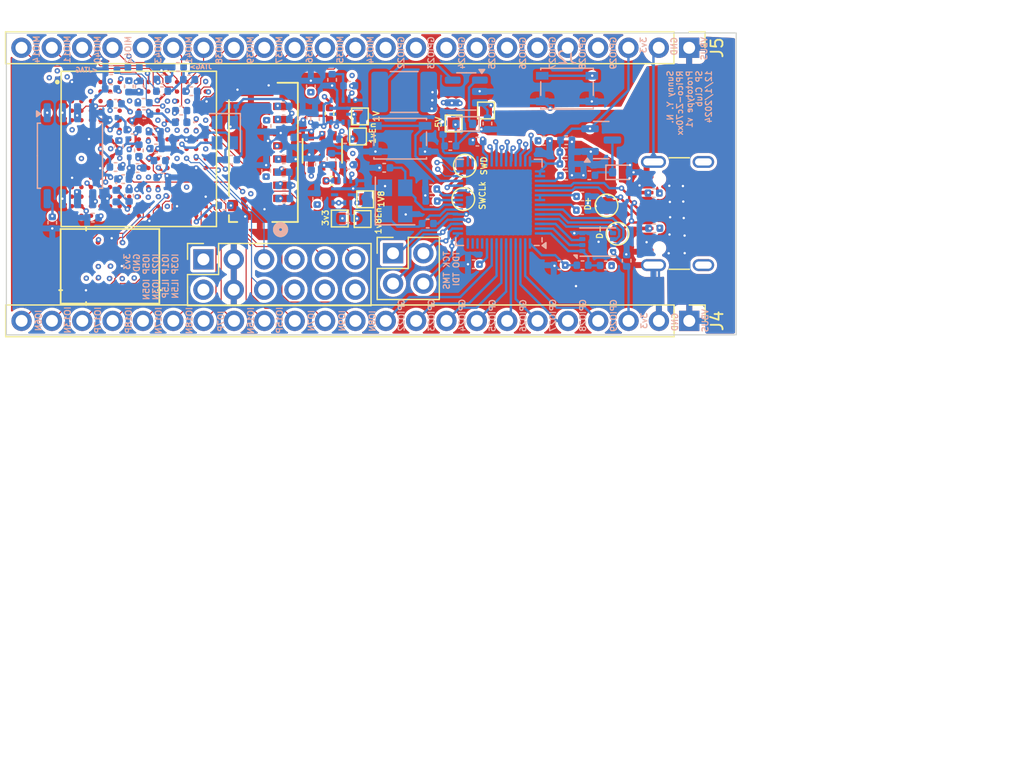
<source format=kicad_pcb>
(kicad_pcb (version 20240108) (generator "pcbnew") (generator_version "8.0")
  (layers (0 "F.Cu" signal) (1 "In1.Cu" signal) (2 "In2.Cu" signal) (3 "In3.Cu" signal) (4 "In4.Cu" signal) (31 "B.Cu" signal) (34 "B.Paste" user) (35 "F.Paste" user) (36 "B.SilkS" user "B.Silkscreen") (37 "F.SilkS" user "F.Silkscreen") (38 "B.Mask" user) (39 "F.Mask" user) (44 "Edge.Cuts" user))
  (net 0 "")
  (net 1 "GND")
  (net 2 "+3V3")
  (net 3 "SPI-D1")
  (net 4 "SPI-CLK")
  (net 5 "SPI-D2")
  (net 6 "SPI-D0")
  (net 7 "SPI-D3")
  (net 8 "SPI-CS")
  (net 9 "33.33Mhz")
  (net 10 "Net-(X1-Vcc)")
  (net 11 "+1V0")
  (net 12 "+1V8")
  (net 13 "GNDA")
  (net 14 "VCCQ")
  (net 15 "Net-(D1-K)")
  (net 16 "Net-(D2-K)")
  (net 17 "MIO7")
  (net 18 "Net-(U1-FB)")
  (net 19 "Net-(U2-FB)")
  (net 20 "Net-(TP2-Pin_1)")
  (net 21 "Net-(TP1-Pin_1)")
  (net 22 "~{RST}")
  (net 23 "Net-(U4-SENSE)")
  (net 24 "POR_B")
  (net 25 "Net-(U3A-INIT_B_0)")
  (net 26 "Net-(U3A-PROGRAM_B_0)")
  (net 27 "Net-(U3A-DONE_0)")
  (net 28 "Net-(U3D-PS_MIO8_500)")
  (net 42 "Net-(C1-Pad1)")
  (net 49 "Net-(R23-Pad2)")
  (net 70 "MIO32")
  (net 74 "MIO33")
  (net 99 "MIO29")
  (net 105 "MIO30")
  (net 106 "MIO31")
  (net 107 "MIO28")
  (net 108 "RAM_DQ6")
  (net 109 "~{RAM_CS0}")
  (net 110 "RAM_DQ7")
  (net 111 "RAM_CLK")
  (net 112 "RAM_DQ0")
  (net 113 "RAM_DQ5")
  (net 114 "~{RAM_RST}")
  (net 115 "RAM_DQ2")
  (net 116 "~{RAM_CLK}")
  (net 117 "RAM_DQ4")
  (net 118 "RAM_DQ1")
  (net 119 "RAM_DQ3")
  (net 120 "RWDS")
  (net 128 "Net-(U9-XIN)")
  (net 129 "+1V1")
  (net 130 "Net-(D4-K)")
  (net 131 "VBUS0")
  (net 132 "/Peripheral/RUN")
  (net 133 "Net-(U9-XOUT)")
  (net 134 "GPIO19")
  (net 135 "Net-(USB_C_ESP1-CC1)")
  (net 136 "Net-(USB_C_ESP1-CC2)")
  (net 137 "GPIO7")
  (net 138 "GPIO4")
  (net 139 "GPIO15")
  (net 140 "GPIO20")
  (net 141 "QSPI_SD1")
  (net 142 "GPIO23")
  (net 143 "GPIO0")
  (net 144 "GPIO14")
  (net 145 "/Peripheral/SWCLK")
  (net 146 "/Peripheral/SWD")
  (net 147 "QSPI_SS")
  (net 148 "QSPI_SD0")
  (net 149 "GPIO6")
  (net 150 "QSPI_SCLK")
  (net 151 "GPIO27")
  (net 152 "GPIO18")
  (net 153 "QSPI_SD2")
  (net 154 "GPIO3")
  (net 155 "GPIO12")
  (net 156 "GPIO25")
  (net 157 "GPIO28")
  (net 158 "GPIO2")
  (net 159 "GPIO21")
  (net 160 "GPIO13")
  (net 161 "GPIO22")
  (net 162 "GPIO17")
  (net 163 "GPIO24")
  (net 164 "QSPI_SD3")
  (net 165 "GPIO9")
  (net 166 "GPIO5")
  (net 167 "GPIO10")
  (net 168 "GPIO11")
  (net 169 "GPIO16")
  (net 170 "GPIO1")
  (net 171 "GPIO29")
  (net 172 "GPIO8")
  (net 173 "GPIO26")
  (net 176 "+3.3VA")
  (net 177 "Net-(J2-Pad1)")
  (net 178 "Net-(U11-LX)")
  (net 179 "USB_D+0")
  (net 180 "USB_D-0")
  (net 181 "Net-(TP11-Pin_1)")
  (net 188 "Net-(D3-K)")
  (net 189 "MIO34")
  (net 190 "MIO38")
  (net 191 "MIO37")
  (net 192 "MIO39")
  (net 193 "MIO41")
  (net 194 "MIO42")
  (net 195 "MIO40")
  (net 196 "MIO35")
  (net 197 "MIO36")
  (net 198 "MIO43")
  (net 199 "MIO14")
  (net 200 "MIO11")
  (net 202 "IO7P")
  (net 203 "IO7N")
  (net 204 "IO13N")
  (net 205 "IO15P")
  (net 206 "IO15N")
  (net 207 "IO16N")
  (net 208 "IO17N")
  (net 209 "IO18P")
  (net 210 "IO17P")
  (net 211 "IO18N")
  (net 212 "IO8N")
  (net 213 "IO9N")
  (net 214 "IO3N")
  (net 215 "IO3P")
  (net 216 "IO2P")
  (net 217 "IO1P")
  (net 218 "IO5P")
  (net 219 "IO5N")
  (net 222 "IOL5P")
  (net 223 "IOL5N")
  (net 224 "Net-(R18-Pad1)")
  (net 225 "Net-(R19-Pad1)")
  (footprint "Connector_PinHeader_2.54mm:PinHeader_1x23_P2.54mm_Vertical" (layer "F.Cu") (at 146.15 37.92 -90)
    (property "Reference" "J5")
    (property "Value" "Conn_01x23_MountingPin" (hide yes))
  )
  (footprint "Capacitor_SMD:C_0402_1005Metric" (layer "F.Cu") (at 116.050002 43.4373 90)
    (property "Reference" "R9" (hide yes))
    (property "Value" "10k" (hide yes))
  )
  (footprint "Connector_PinSocket_2.54mm:PinSocket_2x02_P2.54mm_Vertical" (layer "F.Cu") (at 121.37 55.13 90)
    (property "Reference" "J6" (hide yes))
    (property "Value" "Conn_01x04_MountingPin" (hide yes))
  )
  (footprint "TestPoint:TestPoint_Pad_D1.5mm" (layer "F.Cu") (at 127.38 47.79)
    (property "Reference" "TP9" (hide yes))
    (property "Value" "TestPoint" (hide yes))
  )
  (footprint "TestPoint:TestPoint_Pad_1.0x1.0mm" (layer "F.Cu") (at 119.04 50.61)
    (property "Reference" "TP4" (hide yes))
    (property "Value" "TP" (hide yes))
  )
  (footprint "Connector_PinHeader_2.54mm:PinHeader_1x23_P2.54mm_Vertical" (layer "F.Cu") (at 146.16 60.79 -90)
    (property "Reference" "J4")
    (property "Value" "Conn_01x23_MountingPin" (hide yes))
  )
  (footprint "Sync_VT extras:225-LFBGA" (layer "F.Cu") (at 100.09 46.39)
    (property "Reference" "U3" (hide yes))
    (property "Value" "XC7Z010-1CLG225I" (hide yes))
  )
  (footprint "Capacitor_SMD:C_0402_1005Metric" (layer "F.Cu") (at 116.230002 49.0673 180)
    (property "Reference" "R7" (hide yes))
    (property "Value" "10k" (hide yes))
  )
  (footprint "TestPoint:TestPoint_Pad_1.0x1.0mm" (layer "F.Cu") (at 129.15 43.17)
    (property "Reference" "TP11" (hide yes))
    (property "Value" "TP" (hide yes))
  )
  (footprint "TestPoint:TestPoint_Pad_1.0x1.0mm" (layer "F.Cu") (at 118.6 43.67)
    (property "Reference" "TP5" (hide yes))
    (property "Value" "TP" (hide yes))
  )
  (footprint "TestPoint:TestPoint_Pad_D1.5mm" (layer "F.Cu") (at 140.15875 53.49)
    (property "Reference" "TP7" (hide yes))
    (property "Value" "TestPoint" (hide yes))
  )
  (footprint "TestPoint:TestPoint_Pad_1.0x1.0mm" (layer "F.Cu") (at 118.44 45.35 90)
    (property "Reference" "TP2" (hide yes))
    (property "Value" "TP" (hide yes))
  )
  (footprint "Sync_VT extras:CONN12_47309-2651_MOL" (layer "F.Cu") (at 110.52 46.68 -90)
    (property "Reference" "U6" (hide yes))
    (property "Value" "0473092651" (hide yes))
  )
  (footprint "TestPoint:TestPoint_Pad_1.0x1.0mm" (layer "F.Cu") (at 118.82 52.26 90)
    (property "Reference" "TP1" (hide yes))
    (property "Value" "TP" (hide yes))
  )
  (footprint "TestPoint:TestPoint_Pad_D1.5mm" (layer "F.Cu") (at 139.23875 51.13)
    (property "Reference" "TP6" (hide yes))
    (property "Value" "TestPoint" (hide yes))
  )
  (footprint "Connector_USB:USB_C_Receptacle_GCT_USB4105-xx-A_16P_TopMnt_Horizontal" (layer "F.Cu") (at 146.26875 51.8 90)
    (property "Reference" "USB_C_ESP1" (hide yes))
    (property "Value" "USB_C_1" (hide yes))
  )
  (footprint "TestPoint:TestPoint_Pad_1.0x1.0mm" (layer "F.Cu") (at 116.91 52.22)
    (property "Reference" "TP3" (hide yes))
    (property "Value" "TP" (hide yes))
  )
  (footprint "TestPoint:TestPoint_Pad_D1.5mm" (layer "F.Cu") (at 127.25 50.59)
    (property "Reference" "TP8" (hide yes))
    (property "Value" "TestPoint" (hide yes))
  )
  (footprint "Sync_VT extras:PG-BGA-24-801" (layer "F.Cu") (at 97.68 56.22 -90)
    (property "Reference" "U7" (hide yes))
    (property "Value" "S80KS5123GABHA020" (hide yes))
  )
  (footprint "TestPoint:TestPoint_Pad_1.0x1.0mm" (layer "F.Cu") (at 126.44 44.26)
    (property "Reference" "TP10" (hide yes))
    (property "Value" "TP" (hide yes))
  )
  (footprint "Sync_VT extras:DBV6-L" (layer "F.Cu") (at 115.450001 46.55365 90)
    (property "Reference" "U4" (hide yes))
    (property "Value" "TPS3106K33DBVR" (hide yes))
  )
  (footprint "Connector_PinSocket_2.54mm:PinSocket_2x06_P2.54mm_Vertical" (layer "F.Cu") (at 105.5 55.64 90)
    (property "Reference" "J3" (hide yes))
    (property "Value" "Conn_02x06_Odd_Even_MountingPin" (hide yes))
  )
  (footprint "Capacitor_SMD:C_0402_1005Metric" (layer "B.Cu") (at 113.54 45.43 180)
    (property "Reference" "R10" (hide yes))
    (property "Value" "20k")
  )
  (footprint "Capacitor_SMD:C_0402_1005Metric" (layer "B.Cu") (at 124.27 52.64)
    (property "Reference" "C2" (hide yes))
    (property "Value" "22pF" (hide yes))
  )
  (footprint "Capacitor_SMD:C_0402_1005Metric" (layer "B.Cu") (at 104.3 40.58 180)
    (property "Reference" "R40" (hide yes))
    (property "Value" "10k" (hide yes))
  )
  (footprint "Capacitor_SMD:C_0402_1005Metric" (layer "B.Cu") (at 125.56 44.7 -90)
    (property "Reference" "R36" (hide yes))
    (property "Value" "20k")
  )
  (footprint "Diode_SMD:D_SOD-523" (layer "B.Cu") (at 140.4425 48.35)
    (property "Reference" "D4" (hide yes))
    (property "Value" "SOD-523 General" (hide yes))
  )
  (footprint "Capacitor_SMD:C_0402_1005Metric" (layer "B.Cu") (at 124.55 49.75 180)
    (property "Reference" "C4" (hide yes))
    (property "Value" "4.7uF" (hide yes))
  )
  (footprint "Capacitor_SMD:C_0402_1005Metric" (layer "B.Cu") (at 135.81 47.65)
    (property "Reference" "C33" (hide yes))
    (property "Value" "4.7uF" (hide yes))
  )
  (footprint "Capacitor_SMD:C_0402_1005Metric" (layer "B.Cu") (at 112.210002 48.34 180)
    (property "Reference" "R26" (hide yes))
    (property "Value" "10k" (hide yes))
  )
  (footprint "Capacitor_SMD:C_0402_1005Metric" (layer "B.Cu") (at 99.28 50.31 90)
    (property "Reference" "R11" (hide yes))
    (property "Value" "10k")
  )
  (footprint "Button_Switch_SMD:SW_SPST_PTS810" (layer "B.Cu") (at 135.93 41.34 180)
    (property "Reference" "J2")
    (property "Value" "Button")
  )
  (footprint "Capacitor_SMD:C_0402_1005Metric" (layer "B.Cu") (at 114.490002 41.159998 -90)
    (property "Reference" "C9" (hide yes))
    (property "Value" "22uF")
  )
  (footprint "Capacitor_SMD:C_0402_1005Metric" (layer "B.Cu") (at 110.79 44.47 90)
    (property "Reference" "C11" (hide yes))
    (property "Value" "22uF")
  )
  (footprint "Capacitor_SMD:C_0402_1005Metric" (layer "B.Cu") (at 97.78 39.8)
    (property "Reference" "R41" (hide yes))
    (property "Value" "DNP" (hide yes))
  )
  (footprint "Capacitor_SMD:C_0402_1005Metric" (layer "B.Cu") (at 117.610001 52.205001 180)
    (property "Reference" "R6" (hide yes))
    (property "Value" "10k" (hide yes))
  )
  (footprint "Button_Switch_SMD:SW_SPST_PTS810" (layer "B.Cu") (at 121.97 45.535 180)
    (property "Reference" "J1" (hide yes))
    (property "Value" "Button")
  )
  (footprint "Capacitor_SMD:C_0402_1005Metric" (layer "B.Cu") (at 137.21 50.37)
    (property "Reference" "C29" (hide yes))
    (property "Value" "4.7uF" (hide yes))
  )
  (footprint "Capacitor_SMD:C_0201_0603Metric" (layer "B.Cu") (at 98.27 44.09 -90)
    (property "Reference" "FB1" (hide yes))
    (property "Value" "MPZ0603S121HT000" (hide yes))
  )
  (footprint "Capacitor_SMD:C_0402_1005Metric" (layer "B.Cu") (at 98.16 42.61 180)
    (property "Reference" "R12" (hide yes))
    (property "Value" "10k" (hide yes))
  )
  (footprint "Capacitor_SMD:C_0402_1005Metric" (layer "B.Cu") (at 135.86 45.66)
    (property "Reference" "C28" (hide yes))
    (property "Value" "4.7uF" (hide yes))
  )
  (footprint "Capacitor_SMD:C_0402_1005Metric" (layer "B.Cu") (at 97.76 41.36)
    (property "Reference" "R14" (hide yes))
    (property "Value" "20k")
  )
  (footprint "Capacitor_SMD:C_1812_4532Metric" (layer "B.Cu") (at 122.3 41.62)
    (property "Reference" "L1" (hide yes))
    (property "Value" "2.2uH" (hide yes))
  )
  (footprint "Capacitor_SMD:C_0402_1005Metric" (layer "B.Cu") (at 137.79 48.6)
    (property "Reference" "C36" (hide yes))
    (property "Value" "4.7uF" (hide yes))
  )
  (footprint "Capacitor_SMD:C_0402_1005Metric" (layer "B.Cu") (at 139.18 56.15)
    (property "Reference" "R32" (hide yes))
    (property "Value" "10k" (hide yes))
  )
  (footprint "Capacitor_SMD:C_0402_1005Metric" (layer "B.Cu") (at 100.49 42.53 180)
    (property "Reference" "R18" (hide yes))
    (property "Value" "10k" (hide yes))
  )
  (footprint "Capacitor_SMD:C_0402_1005Metric" (layer "B.Cu") (at 107.260002 51.12)
    (property "Reference" "R23" (hide yes))
    (property "Value" "10k" (hide yes))
  )
  (footprint "Capacitor_SMD:C_0402_1005Metric" (layer "B.Cu") (at 133.98 45.71)
    (property "Reference" "C31" (hide yes))
    (property "Value" "4.7uF" (hide yes))
  )
  (footprint "Capacitor_SMD:C_0402_1005Metric" (layer "B.Cu") (at 104.49 41.56)
    (property "Reference" "C25" (hide yes))
    (property "Value" "4.7uF")
  )
  (footprint "Capacitor_SMD:C_0402_1005Metric" (layer "B.Cu") (at 98.15 47.91 180)
    (property "Reference" "R13" (hide yes))
    (property "Value" "10k" (hide yes))
  )
  (footprint "Capacitor_SMD:C_0402_1005Metric" (layer "B.Cu") (at 102.04 41.56 180)
    (property "Reference" "R19" (hide yes))
    (property "Value" "10k" (hide yes))
  )
  (footprint "Capacitor_SMD:C_0402_1005Metric" (layer "B.Cu") (at 99.66 39.56 180)
    (property "Reference" "R21" (hide yes))
    (property "Value" "10k" (hide yes))
  )
  (footprint "Capacitor_SMD:C_0402_1005Metric" (layer "B.Cu") (at 129.27 44.27 90)
    (property "Reference" "R38" (hide yes))
    (property "Value" "10k" (hide yes))
  )
  (footprint "Capacitor_SMD:C_0402_1005Metric" (layer "B.Cu") (at 112.220002 47.26)
    (property "Reference" "C1" (hide yes))
    (property "Value" "22uF" (hide yes))
  )
  (footprint "Package_SO:SOIC-8_5.23x5.23mm_P1.27mm" (layer "B.Cu") (at 94.33 46.96 -90)
    (property "Reference" "U5" (hide yes))
    (property "Value" "W25Q128JVS" (hide yes))
  )
  (footprint "LED_SMD:LED_0402_1005Metric" (layer "B.Cu") (at 103.63 44.16 180)
    (property "Reference" "D2" (hide yes))
    (property "Value" "SML-P11UTT86" (hide yes))
  )
  (footprint "Capacitor_SMD:C_0402_1005Metric" (layer "B.Cu") (at 99.26 41.15 90)
    (property "Reference" "R17" (hide yes))
    (property "Value" "10k" (hide yes))
  )
  (footprint "Capacitor_SMD:C_0402_1005Metric" (layer "B.Cu") (at 143.22875 53.04)
    (property "Reference" "R33" (hide yes))
    (property "Value" "10k" (hide yes))
  )
  (footprint "Capacitor_SMD:C_0402_1005Metric" (layer "B.Cu") (at 112.210002 43.91 180)
    (property "Reference" "R27" (hide yes))
    (property "Value" "10k" (hide yes))
  )
  (footprint "Capacitor_SMD:C_0402_1005Metric" (layer "B.Cu") (at 112.260002 49.45 180)
    (property "Reference" "R25" (hide yes))
    (property "Value" "10k" (hide yes))
  )
  (footprint "Capacitor_SMD:C_0402_1005Metric" (layer "B.Cu") (at 117.7 41.1)
    (property "Reference" "R1" (hide yes))
    (property "Value" "20k")
  )
  (footprint "Capacitor_SMD:C_0402_1005Metric" (layer "B.Cu") (at 114.52 47.67 -90)
    (property "Reference" "C12" (hide yes))
    (property "Value" "22uF")
  )
  (footprint "Capacitor_SMD:C_0402_1005Metric" (layer "B.Cu") (at 103.36 39.53)
    (property "Reference" "R42" (hide yes))
    (property "Value" "DNP" (hide yes))
  )
  (footprint "Capacitor_SMD:C_0402_1005Metric" (layer "B.Cu") (at 143.17875 50.09)
    (property "Reference" "R34" (hide yes))
    (property "Value" "10k" (hide yes))
  )
  (footprint "Capacitor_SMD:C_0402_1005Metric" (layer "B.Cu") (at 96.25 52.15 180)
    (property "Reference" "C16" (hide yes))
    (property "Value" "4.7uF")
  )
  (footprint "Sync_VT extras:ECLGA-14_MPM3834C_MNP" (layer "B.Cu") (at 117.330001 49.98)
    (property "Reference" "U2" (hide yes))
    (property "Value" "MPM3834CGPA-Z" (hide yes))
  )
  (footprint "Oscillator:Oscillator_SMD_SeikoEpson_SG210-4Pin_2.5x2.0mm" (layer "B.Cu") (at 107.290002 45.03 -90)
    (property "Reference" "X1" (hide yes))
    (property "Value" "SIT8008BI-73-XXS-33.333333" (hide yes))
  )
  (footprint "Capacitor_SMD:C_0402_1005Metric" (layer "B.Cu") (at 112.260002 50.55 180)
    (property "Reference" "R24" (hide yes))
    (property "Value" "10k" (hide yes))
  )
  (footprint "Capacitor_SMD:C_0402_1005Metric" (layer "B.Cu") (at 126.16 46.14)
    (property "Reference" "R35" (hide yes))
    (property "Value" "10k" (hide yes))
  )
  (footprint "Capacitor_SMD:C_0402_1005Metric" (layer "B.Cu") (at 92.85 52.57 -90)
    (property "Reference" "C26" (hide yes))
    (property "Value" "4.7uF")
  )
  (footprint "Capacitor_SMD:C_0402_1005Metric" (layer "B.Cu") (at 98.79 48.92)
    (property "Reference" "C17" (hide yes))
    (property "Value" "4.7uF")
  )
  (footprint "Capacitor_SMD:C_0402_1005Metric" (layer "B.Cu") (at 102.07 40.56 180)
    (property "Reference" "R15" (hide yes))
    (property "Value" "10k" (hide yes))
  )
  (footprint "Capacitor_SMD:C_0402_1005Metric" (layer "B.Cu") (at 128.43 45.78 180)
    (property "Reference" "C32" (hide yes))
    (property "Value" "4.7uF" (hide yes))
  )
  (footprint "Capacitor_SMD:C_0402_1005Metric" (layer "B.Cu") (at 128.12 56.05 180)
    (property "Reference" "C35" (hide yes))
    (property "Value" "4.7uF" (hide yes))
  )
  (footprint "Capacitor_SMD:C_0402_1005Metric" (layer "B.Cu") (at 140.92 55.75 90)
    (property "Reference" "C37" (hide yes))
    (property "Value" "4.7uF" (hide yes))
  )
  (footprint "Capacitor_SMD:C_0402_1005Metric" (layer "B.Cu") (at 103.64 43.18)
    (property "Reference" "R22" (hide yes))
    (property "Value" "10k" (hide yes))
  )
  (footprint "Capacitor_SMD:C_0402_1005Metric" (layer "B.Cu") (at 100.55 43.48)
    (property "Reference" "R20" (hide yes))
    (property "Value" "20k")
  )
  (footprint "Capacitor_SMD:C_0402_1005Metric" (layer "B.Cu") (at 137.19 51.52)
    (property "Reference" "C6" (hide yes))
    (property "Value" "4.7uF" (hide yes))
  )
  (footprint "Capacitor_SMD:C_0402_1005Metric" (layer "B.Cu") (at 99.57 44.78)
    (property "Reference" "C18" (hide yes))
    (property "Value" "4.7uF")
  )
  (footprint "Capacitor_SMD:C_0402_1005Metric" (layer "B.Cu") (at 99.99 47.99 180)
    (property "Reference" "C24" (hide yes))
    (property "Value" "4.7uF")
  )
  (footprint "Capacitor_SMD:C_0402_1005Metric" (layer "B.Cu") (at 115.020002 50.57 90)
    (property "Reference" "C8" (hide yes))
    (property "Value" "22uF" (hide yes))
  )
  (footprint "Capacitor_SMD:C_0402_1005Metric" (layer "B.Cu") (at 135.86 48.62)
    (property "Reference" "C7" (hide yes))
    (property "Value" "4.7uF" (hide yes))
  )
  (footprint "Capacitor_SMD:C_0201_0603Metric" (layer "B.Cu") (at 99.29 46.76 -90)
    (property "Reference" "FB2" (hide yes))
    (property "Value" "MPZ0603S121HT000" (hide yes))
  )
  (footprint "Capacitor_SMD:C_0402_1005Metric" (layer "B.Cu") (at 101.84 47.37 180)
    (property "Reference" "C22" (hide yes))
    (property "Value" "4.7uF")
  )
  (footprint "Capacitor_SMD:C_0402_1005Metric" (layer "B.Cu") (at 117.360002 45.57 180)
    (property "Reference" "R4" (hide yes))
    (property "Value" "10k" (hide yes))
  )
  (footprint "Capacitor_SMD:C_0402_1005Metric" (layer "B.Cu") (at 112.200002 42.82 180)
    (property "Reference" "R28" (hide yes))
    (property "Value" "10k" (hide yes))
  )
  (footprint "Capacitor_SMD:C_0402_1005Metric" (layer "B.Cu") (at 116.270002 40.61 90)
    (property "Reference" "R2" (hide yes))
    (property "Value" "30k" (hide yes))
  )
  (footprint "Capacitor_SMD:C_0402_1005Metric" (layer "B.Cu") (at 124.59 50.76 180)
    (property "Reference" "C34" (hide yes))
    (property "Value" "4.7uF" (hide yes))
  )
  (footprint "Capacitor_SMD:C_0402_1005Metric" (layer "B.Cu") (at 135.81 46.66)
    (property "Reference" "C30" (hide yes))
    (property "Value" "4.7uF" (hide yes))
  )
  (footprint "Capacitor_SMD:C_0402_1005Metric" (layer "B.Cu") (at 113.8 43.79 90)
    (property "Reference" "R8" (hide yes))
    (property "Value" "20k")
  )
  (footprint "Capacitor_SMD:C_0402_1005Metric" (layer "B.Cu") (at 101.53 46.36)
    (property "Reference" "C15" (hide yes))
    (property "Value" "4.7uF")
  )
  (footprint "Capacitor_SMD:C_0201_0603Metric" (layer "B.Cu") (at 107.915002 42.83 180)
    (property "Reference" "FB3" (hide yes))
    (property "Value" "MPZ0603S121HT000" (hide yes))
  )
  (footprint "Package_DFN_QFN:QFN-56-1EP_7x7mm_P0.4mm_EP3.2x3.2mm" (layer "B.Cu") (at 130.23 50.87 90)
    (property "Reference" "U9" (hide yes))
    (property "Value" "RP2040")
  )
  (footprint "Package_TO_SOT_SMD:SOT-23" (layer "B.Cu") (at 138.79 45.65)
    (property "Reference" "U8" (hide yes))
    (property "Value" "ZL6201A33S3" (hide yes))
  )
  (footprint "Capacitor_SMD:C_0402_1005Metric" (layer "B.Cu") (at 120.63 47.97 180)
    (property "Reference" "C3" (hide yes))
    (property "Value" "22pF" (hide yes))
  )
  (footprint "Capacitor_SMD:C_0402_1005Metric" (layer "B.Cu") (at 117.615001 47.715001)
    (property "Reference" "R3" (hide yes))
    (property "Value" "20k")
  )
  (footprint "Crystal:Crystal_SMD_3225-4Pin_3.2x2.5mm" (layer "B.Cu") (at 121.54 50.75 90)
    (property "Reference" "Y1" (hide yes))
    (property "Value" "3225-4P 12MHz" (hide yes))
  )
  (footprint "Capacitor_SMD:C_0402_1005Metric" (layer "B.Cu") (at 101.43 44.95)
    (property "Reference" "C20" (hide yes))
    (property "Value" "4.7uF")
  )
  (footprint "Capacitor_SMD:C_0402_1005Metric" (layer "B.Cu") (at 110.75 48.23 -90)
    (property "Reference" "C5" (hide yes))
    (property "Value" "22uF")
  )
  (footprint "LED_SMD:LED_0402_1005Metric" (layer "B.Cu") (at 98.21 50.34 -90)
    (property "Reference" "D1" (hide yes))
    (property "Value" "SML-P11UTT86" (hide yes))
  )
  (footprint "Package_TO_SOT_SMD:SOT-23-5" (layer "B.Cu") (at 127.5 41.58 180)
    (property "Reference" "U11" (hide yes))
    (property "Value" "SC189ZULTRT-3v3" (hide yes))
  )
  (footprint "Capacitor_SMD:C_0402_1005Metric" (layer "B.Cu") (at 100.1 46.52 90)
    (property "Reference" "C14" (hide yes))
    (property "Value" "4.7uF")
  )
  (footprint "Capacitor_SMD:C_0402_1005Metric" (layer "B.Cu") (at 98.42 46.17 -90)
    (property "Reference" "C23" (hide yes))
    (property "Value" "4.7uF")
  )
  (footprint "Capacitor_SMD:C_0402_1005Metric" (layer "B.Cu") (at 107.82 47.3 180)
    (property "Reference" "C27" (hide yes))
    (property "Value" "4.7uF")
  )
  (footprint "Capacitor_SMD:C_0402_1005Metric" (layer "B.Cu") (at 100.17 41.17 90)
    (property "Reference" "R16" (hide yes))
    (property "Value" "10k" (hide yes))
  )
  (footprint "Capacitor_SMD:C_0402_1005Metric" (layer "B.Cu") (at 114.840002 43.9 90)
    (property "Reference" "C10" (hide yes))
    (property "Value" "22uF" (hide yes))
  )
  (footprint "Capacitor_SMD:C_0402_1005Metric" (layer "B.Cu") (at 102.07 48.78)
    (property "Reference" "C21" (hide yes))
    (property "Value" "4.7uF")
  )
  (footprint "Sync_VT extras:ECLGA-14_MPM3834C_MNP" (layer "B.Cu") (at 117.190003 43.234999)
    (property "Reference" "U1" (hide yes))
    (property "Value" "MPM3834CGPA-Z" (hide yes))
  )
  (footprint "Capacitor_SMD:C_0402_1005Metric" (layer "B.Cu") (at 137.23 56.13)
    (property "Reference" "R37" (hide yes))
    (property "Value" "10k" (hide yes))
  )
  (footprint "Capacitor_SMD:C_0402_1005Metric" (layer "B.Cu") (at 135.3 56.13 180)
    (property "Reference" "C38" (hide yes))
    (property "Value" "4.7uF" (hide yes))
  )
  (footprint "Capacitor_SMD:C_0402_1005Metric" (layer "B.Cu") (at 116.220002 47.24 90)
    (property "Reference" "R5" (hide yes))
    (property "Value" "10k" (hide yes))
  )
  (footprint "Package_SON:SON-8-1EP_3x2mm_P0.5mm_EP1.4x1.6mm" (layer "B.Cu") (at 138.4925 54.1925)
    (property "Reference" "FLASH1" (hide yes))
    (property "Value" "W25Q16JVUXIQ" (hide yes))
  )
  (footprint "Diode_SMD:D_SOD-523" (layer "B.Cu") (at 127.3275 44.3 180)
    (property "Reference" "D3" (hide yes))
    (property "Value" "SOD-523 General" (hide yes))
  )
  (gr_rect (start 89.01 36.68) (end 150.09 61.96) (stroke (width 0.1)) (fill none) (layer "Edge.Cuts"))
  (gr_text "<JTAG" (at 96.71 40.01 0) (layer "B.SilkS") (effects (font (size 0.4 0.4) (thickness 0.1)) (justify left bottom mirror)))
  (gr_text "MIO36" (at 114.67 36.86 90) (layer "B.SilkS") (effects (font (size 0.5 0.5) (thickness 0.1)) (justify left bottom mirror)))
  (gr_text "VBUS" (at 147.79 59.74 90) (layer "B.SilkS") (effects (font (size 0.5 0.5) (thickness 0.1)) (justify left bottom mirror)))
  (gr_text "GPIO29" (at 140.12 58.92359 90) (layer "B.SilkS") (effects (font (size 0.5 0.5) (thickness 0.1)) (justify left bottom mirror)))
  (gr_text "GPIO29" (at 140.09 36.94 90) (layer "B.SilkS") (effects (font (size 0.5 0.5) (thickness 0.1)) (justify left bottom mirror)))
  (gr_text "TCK TMS\nTDO TDI" (at 126.95 54.9 90) (layer "B.SilkS") (effects (font (size 0.5 0.5) (thickness 0.1)) (justify left bottom mirror)))
  (gr_text "MIO40" (at 96.93 36.87 90) (layer "B.SilkS") (effects (font (size 0.5 0.5) (thickness 0.1)) (justify left bottom mirror)))
  (gr_text "GPIO23" (at 124.85 36.91 90) (layer "B.SilkS") (effects (font (size 0.5 0.5) (thickness 0.1)) (justify left bottom mirror)))
  (gr_text "IO7N" (at 114.83 59.83 90) (layer "B.SilkS") (effects (font (size 0.5 0.5) (thickness 0.1)) (justify left bottom mirror)))
  (gr_text "GPIO24" (at 127.42 36.92 90) (layer "B.SilkS") (effects (font (size 0.5 0.5) (thickness 0.1)) (justify left bottom mirror)))
  (gr_text "GPIO27" (at 135.01 36.92 90) (layer "B.SilkS") (effects (font (size 0.5 0.5) (thickness 0.1)) (justify left bottom mirror)))
  (gr_text "GPIO22" (at 122.34 36.9 90) (layer "B.SilkS") (effects (font (size 0.5 0.5) (thickness 0.1)) (justify left bottom mirror)))
  (gr_text "IO18N" (at 104.61 59.58 90) (layer "B.SilkS") (effects (font (size 0.5 0.5) (thickness 0.1)) (justify left bottom mirror)))
  (gr_text "IO6N" (at 91.99 59.81 90) (layer "B.SilkS") (effects (font (size 0.5 0.5) (thickness 0.1)) (justify left bottom mirror)))
  (gr_text "IO7P" (at 107.27 59.89 90) (layer "B.SilkS") (effects (font (size 0.5 0.5) (thickness 0.1)) (justify left bottom mirror)))
  (gr_text "IO17N" (at 102.04 59.57 90) (layer "B.SilkS") (effects (font (size 0.5 0.5) (thickness 0.1)) (justify left bottom mirror)))
  (gr_text "IO17P" (at 96.96 59.55 90) (layer "B.SilkS") (effects (font (size 0.5 0.5) (thickness 0.1)) (justify left bottom mirror)))
  (gr_text "MIO39" (at 109.73 36.9 90) (layer "B.SilkS") (effects (font (size 0.5 0.5) (thickness 0.1)) (justify left bottom mirror)))
  (gr_text "GPIO27" (at 135.04 58.90359 90) (layer "B.SilkS") (effects (font (size 0.5 0.5) (thickness 0.1)) (justify left bottom mirror)))
  (gr_text "GPIO22" (at 122.37 58.88359 90) (layer "B.SilkS") (effects (font (size 0.5 0.5) (thickness 0.1)) (justify left bottom mirror)))
  (gr_text "MIO38" (at 107.11 36.92 90) (layer "B.SilkS") (effects (font (size 0.5 0.5) (thickness 0.1)) (justify left bottom mirror)))
  (gr_text "IO13N" (at 94.43 59.53 90) (layer "B.SilkS") (effects (font (size 0.5 0.5) (thickness 0.1)) (justify left bottom mirror)))
  (gr_text "3v3" (at 142.62 36.96 90) (layer "B.SilkS") (effects (font (size 0.5 0.5) (thickness 0.1)) (justify left bottom mirror)))
  (gr_text "GND" (at 145.19 36.97 90) (layer "B.SilkS") (effects (font (size 0.5 0.5) (thickness 0.1)) (justify left bottom mirror)))
  (gr_text "VBUS" (at 147.7 36.96 90) (layer "B.SilkS") (effects (font (size 0.5 0.5) (thickness 0.1)) (justify left bottom mirror)))
  (gr_text "MIO34" (at 119.77 36.89 90) (layer "B.SilkS") (effects (font (size 0.5 0.5) (thickness 0.1)) (justify left bottom mirror)))
  (gr_text "IO8N" (at 119.93 59.86 90) (layer "B.SilkS") (effects (font (size 0.5 0.5) (thickness 0.1)) (justify left bottom mirror)))
  (gr_text "3v3" (at 142.68 60.05 90) (layer "B.SilkS") (effects (font (size 0.5 0.5) (thickness 0.1)) (justify left bottom mirror)))
  (gr_text "GPIO25" (at 129.95 36.94 90) (layer "B.SilkS") (effects (font (size 0.5 0.5) (thickness 0.1)) (justify left bottom mirror)))
  (gr_text "IO15N" (at 109.76 59.58 90) (layer "B.SilkS") (effects (font (size 0.5 0.5) (thickness 0.1)) (justify left bottom mirror)))
  (gr_text "MIO14" (at 91.83 36.84 90) (layer "B.SilkS") (effects (font (size 0.5 0.5) (thickness 0.1)) (justify left bottom mirror)))
  (gr_text "Sunny Y. N.\nRPico-Zc70xx\nPrototype v1\nSP Club\n12/1/2024" (at 148.08 39.77 90) (layer "B.SilkS") (effects (font (size 0.5 0.5) (thickness 0.1)) (justify left bottom mirror)))
  (gr_text "GPIO28" (at 137.52 36.93 90) (layer "B.SilkS") (effects (font (size 0.5 0.5) (thickness 0.1)) (justify left bottom mirror)))
  (gr_text "MIO42" (at 99.5 36.88 90) (layer "B.SilkS") (effects (font (size 0.5 0.5) (thickness 0.1)) (justify left bottom mirror)))
  (gr_text "IO15P" (at 112.17 59.56 90) (layer "B.SilkS") (effects (font (size 0.5 0.5) (thickness 0.1)) (justify left bottom mirror)))
  (gr_text "GND" (at 145.25 60.06 90) (layer "B.SilkS") (effects (font (size 0.5 0.5) (thickness 0.1)) (justify left bottom mirror)))
  (gr_text "MIO11" (at 94.4 36.85 90) (layer "B.SilkS") (effects (font (size 0.5 0.5) (thickness 0.1)) (justify left bottom mirror)))
  (gr_text "GPIO26" (at 132.52 36.95 90) (layer "B.SilkS") (effects (font (size 0.5 0.5) (thickness 0.1)) (justify left bottom mirror)))
  (gr_text "IO9N" (at 117.4 59.84 90) (layer "B.SilkS") (effects (font (size 0.5 0.5) (thickness 0.1)) (justify left bottom mirror)))
  (gr_text "MIO35\n" (at 117.24 36.87 90) (layer "B.SilkS") (effects (font (size 0.5 0.5) (thickness 0.1)) (justify left bottom mirror)))
  (gr_text "3v3\nGND\nIO5P IO5N\nIO2P IO3N\nIO1P IL5P\nIO3P IL5N" (at 103.43 55.1 90) (layer "B.SilkS") (effects (font (size 0.5 0.5) (thickness 0.1)) (justify left bottom mirror)))
  (gr_text "GPIO25" (at 129.98 58.92359 90) (layer "B.SilkS") (effects (font (size 0.5 0.5) (thickness 0.1)) (justify left bottom mirror)))
  (gr_text "GPIO28" (at 137.55 58.91359 90) (layer "B.SilkS") (effects (font (size 0.5 0.5) (thickness 0.1)) (justify left bottom mirror)))
  (gr_text "MIO43" (at 102.01 36.89 90) (layer "B.SilkS") (effects (font (size 0.5 0.5) (thickness 0.1)) (justify left bottom mirror)))
  (gr_text "GPIO24" (at 127.45 58.90359 90) (layer "B.SilkS") (effects (font (size 0.5 0.5) (thickness 0.1)) (justify left bottom mirror)))
  (gr_text "GPIO23" (at 124.88 58.89359 90) (layer "B.SilkS") (effects (font (size 0.5 0.5) (thickness 0.1)) (justify left bottom mirror)))
  (gr_text "GPIO26" (at 132.55 58.93359 90) (layer "B.SilkS") (effects (font (size 0.5 0.5) (thickness 0.1)) (justify left bottom mirror)))
  (gr_text "MIO37" (at 112.14 36.88 90) (layer "B.SilkS") (effects (font (size 0.5 0.5) (thickness 0.1)) (justify left bottom mirror)))
  (gr_text "IO18P" (at 99.53 59.56 90) (layer "B.SilkS") (effects (font (size 0.5 0.5) (thickness 0.1)) (justify left bottom mirror)))
  (gr_text "MIO41" (at 104.58 36.9 90) (layer "B.SilkS") (effects (font (size 0.5 0.5) (thickness 0.1)) (justify left bottom mirror)))
  (gr_text "JTAG>" (at 106.27 39.74 0) (layer "B.SilkS") (effects (font (size 0.4 0.4) (thickness 0.1)) (justify left bottom mirror)))
  (gr_text "1vEn" (at 119.95 46.01 90) (layer "F.SilkS") (effects (font (size 0.5 0.5) (thickness 0.1)) (justify left bottom)))
  (gr_text "D+" (at 137.96 51.6 90) (layer "F.SilkS") (effects (font (size 0.5 0.5) (thickness 0.1)) (justify left bottom)))
  (gr_text "5V" (at 125.47 44.67 90) (layer "F.SilkS") (effects (font (size 0.5 0.5) (thickness 0.1)) (justify left bottom)))
  (gr_text "1V8" (at 120.67 51.34 90) (layer "F.SilkS") (effects (font (size 0.5 0.5) (thickness 0.1)) (justify left bottom)))
  (gr_text "3v3" (at 116.01 52.89 90) (layer "F.SilkS") (effects (font (size 0.5 0.5) (thickness 0.1)) (justify left bottom)))
  (gr_text "1V" (at 120.26 44.17 90) (layer "F.SilkS") (effects (font (size 0.5 0.5) (thickness 0.1)) (justify left bottom)))
  (gr_text "1v8En" (at 120.43 53.59 90) (layer "F.SilkS") (effects (font (size 0.5 0.5) (thickness 0.1)) (justify left bottom)))
  (gr_text "D-" (at 138.96 53.99 90) (layer "F.SilkS") (effects (font (size 0.5 0.5) (thickness 0.1)) (justify left bottom)))
  (gr_text "SWD" (at 129.27 48.65 90) (layer "F.SilkS") (effects (font (size 0.5 0.5) (thickness 0.1)) (justify left bottom)))
  (gr_text "SWCLk" (at 129.14 51.54 90) (layer "F.SilkS") (effects (font (size 0.5 0.5) (thickness 0.1)) (justify left bottom)))
  (segment (start 102.49 40.79) (end 102.49 40.312562) (width 0.2) (layer "F.Cu") (net 1))
  (segment (start 96.030608 45.59) (end 96 45.559392) (width 0.2) (layer "F.Cu") (net 1))
  (segment (start 97.27 42.81) (end 97.69 42.39) (width 0.09) (layer "F.Cu") (net 1))
  (segment (start 99.52 43.99) (end 100.89 43.99) (width 0.2) (layer "F.Cu") (net 1))
  (segment (start 99.29 43.99) (end 99.52 43.99) (width 0.2) (layer "F.Cu") (net 1))
  (segment (start 96 45.559392) (end 95.92 45.559392) (width 0.2) (layer "F.Cu") (net 1))
  (segment (start 95.29 51.19) (end 95.69 51.59) (width 0.2) (layer "F.Cu") (net 1))
  (segment (start 102.49 40.312562) (end 101.987696 39.810258) (width 0.2) (layer "F.Cu") (net 1))
  (segment (start 103.090006 43.389994) (end 103.09 43.389994) (width 0.2) (layer "F.Cu") (net 1))
  (segment (start 97.822513 54.077487) (end 97.822513 53.870448) (width 0.09) (layer "F.Cu") (net 1))
  (segment (start 97.69 45.59) (end 98.49 46.39) (width 0.2) (layer "F.Cu") (net 1))
  (segment (start 100.89 52.320935) (end 100.979551 52.410486) (width 0.09) (layer "F.Cu") (net 1))
  (segment (start 103.29 43.19) (end 103.090006 43.389994) (width 0.2) (layer "F.Cu") (net 1))
  (segment (start 95.29 43.19) (end 95.67 42.81) (width 0.09) (layer "F.Cu") (net 1))
  (segment (start 100.89 51.99) (end 100.89 52.320935) (width 0.09) (layer "F.Cu") (net 1))
  (segment (start 97.68 54.22) (end 97.822513 54.077487) (width 0.09) (layer "F.Cu") (net 1))
  (segment (start 96.47 42.81) (end 97.27 42.81) (width 0.09) (layer "F.Cu") (net 1))
  (segment (start 95.67 42.81) (end 96.47 42.81) (width 0.09) (layer "F.Cu") (net 1))
  (via (at 136.68 57.88) (size 0.45) (drill 0.2) (layers "F.Cu" "B.Cu") (net 1))
  (via (at 137.3 48.6) (size 0.45) (drill 0.2) (layers "F.Cu" "B.Cu") (net 1))
  (via (at 128.62 41.56) (size 0.45) (drill 0.2) (layers "F.Cu" "B.Cu") (net 1))
  (via (at 128.04962 45.649619) (size 0.45) (drill 0.2) (layers "F.Cu" "B.Cu") (net 1))
  (via (at 95.69 51.59) (size 0.45) (drill 0.2) (layers "F.Cu" "B.Cu") (net 1))
  (via (at 137.92 46.62) (size 0.45) (drill 0.2) (layers "F.Cu" "B.Cu") (net 1))
  (via (at 105.763002 42.416962) (size 0.45) (drill 0.2) (layers "F.Cu" "B.Cu") (net 1))
  (via (at 124.045002 46.615001) (size 0.45) (drill 0.2) (layers "F.Cu" "B.Cu") (net 1))
  (via (at 100.1 41.52) (size 0.45) (drill 0.2) (layers "F.Cu" "B.Cu") (net 1))
  (via (at 124.07 50.29) (size 0.45) (drill 0.2) (layers "F.Cu" "B.Cu") (net 1))
  (via (at 101.987696 39.810258) (size 0.45) (drill 0.2) (layers "F.Cu" "B.Cu") (net 1))
  (via (at 97.46 50.55) (size 0.45) (drill 0.2) (layers "F.Cu" "B.Cu") (net 1))
  (via (at 116.270002 41.09) (size 0.45) (drill 0.2) (layers "F.Cu" "B.Cu") (net 1))
  (via (at 122.43 51.88) (size 0.45) (drill 0.2) (layers "F.Cu" "B.Cu") (net 1))
  (via (at 136.34 48.6) (size 0.45) (drill 0.2) (layers "F.Cu" "B.Cu") (net 1))
  (via (at 99.52 43.99) (size 0.45) (drill 0.2) (layers "F.Cu" "B.Cu") (net 1))
  (via (at 95.67 58.23) (size 0.45) (drill 0.2) (layers "F.Cu" "B.Cu") (net 1))
  (via (at 125.49 44.12) (size 0.6) (drill 0.3) (layers "F.Cu" "B.Cu") (net 1))
  (via (at 101.689999 44.789999) (size 0.45) (drill 0.2) (layers "F.Cu" "B.Cu") (net 1))
  (via (at 92.85 53.05) (size 0.45) (drill 0.2) (layers "F.Cu" "B.Cu") (net 1))
  (via (at 97.822513 53.870448) (size 0.45) (drill 0.2) (layers "F.Cu" "B.Cu") (net 1))
  (via (at 110.61 51.44) (size 0.45) (drill 0.2) (layers "F.Cu" "B.Cu") (net 1))
  (via (at 140.89 55.22) (size 0.45) (drill 0.2) (layers "F.Cu" "B.Cu") (net 1))
  (via (at 96.86 48.01) (size 0.45) (drill 0.2) (layers "F.Cu" "B.Cu") (net 1))
  (via (at 105.690015 50.389985) (size 0.45) (drill 0.2) (layers "F.Cu" "B.Cu") (net 1))
  (via (at 113.22 47.25) (size 0.45) (drill 0.2) (layers "F.Cu" "B.Cu") (net 1))
  (via (at 110.905 45.718148) (size 0.45) (drill 0.2) (layers "F.Cu" "B.Cu") (net 1))
  (via (at 118.23 42.29) (size 0.45) (drill 0.2) (layers "F.Cu" "B.Cu") (net 1))
  (via (at 115.6 47.75) (size 0.45) (drill 0.2) (layers "F.Cu" "B.Cu") (net 1))
  (via (at 97.73 48.77) (size 0.45) (drill 0.2) (layers "F.Cu" "B.Cu") (net 1))
  (via (at 134.5 45.72) (size 0.45) (drill 0.2) (layers "F.Cu" "B.Cu") (net 1))
  (via (at 94.500004 40.78) (size 0.45) (drill 0.2) (layers "F.Cu" "B.Cu") (net 1))
  (via (at 127.5 51.86) (size 0.45) (drill 0.2) (layers "F.Cu" "B.Cu") (net 1))
  (via (at 96.47 42.81) (size 0.45) (drill 0.2) (layers "F.Cu" "B.Cu") (net 1))
  (via (at 138.57 54.17) (size 0.45) (drill 0.2) (layers "F.Cu" "B.Cu") (net 1))
  (via (at 143.70375 50.119832) (size 0.45) (drill 0.2) (layers "F.Cu" "B.Cu") (net 1))
  (via (at 97.68 43.98) (size 0.45) (drill 0.2) (layers "F.Cu" "B.Cu") (net 1))
  (via (at 136.54 53.45) (size 0.45) (drill 0.2) (layers "F.Cu" "B.Cu") (net 1))
  (via (at 96.94 38.85) (size 0.45) (drill 0.2) (layers "F.Cu" "B.Cu") (net 1))
  (via (at 118.030002 49.704998) (size 0.45) (drill 0.2) (layers "F.Cu" "B.Cu") (net 1))
  (via (at 120.7 49.504998) (size 0.45) (drill 0.2) (layers "F.Cu" "B.Cu") (net 1))
  (via (at 120.23 47.97) (size 0.45) (drill 0.2) (layers "F.Cu" "B.Cu") (net 1))
  (via (at 99.299999 47.982191) (size 0.45) (drill 0.2) (layers "F.Cu" "B.Cu") (net 1))
  (via (at 101.728379 47.958379) (size 0.45) (drill 0.2) (layers "F.Cu" "B.Cu") (net 1))
  (via (at 134.88 56.18) (size 0.45) (drill 0.2) (layers "F.Cu" "B.Cu") (net 1))
  (via (at 95.92 45.559392) (size 0.45) (drill 0.2) (layers "F.Cu" "B.Cu") (net 1))
  (via (at 138.005 42.415) (size 0.45) (drill 0.2) (layers "F.Cu" "B.Cu") (net 1))
  (via (at 114.36 46.87) (size 0.45) (drill 0.2) (layers "F.Cu" "B.Cu") (net 1))
  (via (at 111.97 45.06) (size 0.45) (drill 0.2) (layers "F.Cu" "B.Cu") (net 1))
  (via (at 102.46 48.645) (size 0.45) (drill 0.2) (layers "F.Cu" "B.Cu") (net 1))
  (via (at 98.67 56.2) (size 0.45) (drill 0.2) (layers "F.Cu" "B.Cu") (net 1))
  (via (at 134.52 42.99) (size 0.45) (drill 0.2) (layers "F.Cu" "B.Cu") (net 1))
  (via (at 109 52.05) (size 0.45) (drill 0.2) (layers "F.Cu" "B.Cu") (net 1))
  (via (at 143.669841 52.991091) (size 0.45) (drill 0.2) (layers "F.Cu" "B.Cu") (net 1))
  (via (at 136.34 45.8) (size 0.45) (drill 0.2) (layers "F.Cu" "B.Cu") (net 1))
  (via (at 114.490002 40.679996) (size 0.45) (drill 0.2) (layers "F.Cu" "B.Cu") (net 1))
  (via (at 127.640002 56.050001) (size 0.45) (drill 0.2) (layers "F.Cu" "B.Cu") (net 1))
  (via (at 137.67 50.94) (size 0.45) (drill 0.2) (layers "F.Cu" "B.Cu") (net 1))
  (via (at 98.49 46.39) (size 0.45) (drill 0.2) (layers "F.Cu" "B.Cu") (net 1))
  (via (at 110.96 41.07) (size 0.45) (drill 0.2) (layers "F.Cu" "B.Cu") (net 1))
  (via (at 104.089999 45.590002) (size 0.45) (drill 0.2) (layers "F.Cu" "B.Cu") (net 1))
  (via (at 94.51 48.81) (size 0.45) (drill 0.2) (layers "F.Cu" "B.Cu") (net 1))
  (via (at 103.09 43.389994) (size 0.45) (drill 0.2) (layers "F.Cu" "B.Cu") (net 1))
  (via (at 110.749982 47.749991) (size 0.45) (drill 0.2) (layers "F.Cu" "B.Cu") (net 1))
  (via (at 103.289984 51.19) (size 0.45) (drill 0.2) (layers "F.Cu" "B.Cu") (net 1))
  (via (at 100.95 47.15) (size 0.45) (drill 0.2) (layers "F.Cu" "B.Cu") (net 1))
  (via (at 119.894999 46.610002) (size 0.45) (drill 0.2) (layers "F.Cu" "B.Cu") (net 1))
  (via (at 101.69 46.36) (size 0.45) (drill 0.2) (layers "F.Cu" "B.Cu") (net 1))
  (via (at 100.979551 52.410486) (size 0.45) (drill 0.2) (layers "F.Cu" "B.Cu") (net 1))
  (via (at 108.35 41.43) (size 0.45) (drill 0.2) (layers "F.Cu" "B.Cu") (net 1))
  (via (at 104.890009 47.990009) (size 0.45) (drill 0.2) (layers "F.Cu" "B.Cu") (net 1))
  (via (at 99.934409 49.784445) (size 0.45) (drill 0.2) (layers "F.Cu" "B.Cu") (net 1))
  (segment (start 102.88 40.235) (end 102.415 40.7) (width 0.2) (layer "B.Cu") (net 1))
  (segment (start 117.135001 42.984999) (end 117.498878 42.984999) (width 0.2) (layer "B.Cu") (net 1))
  (segment (start 143.62 56.57625) (end 143.16375 56.12) (width 0.2) (layer "B.Cu") (net 1))
  (segment (start 136.535 57.750424) (end 134.964576 56.18) (width 0.2) (layer "B.Cu") (net 1))
  (segment (start 118.330002 49.055001) (end 118.330002 49.404998) (width 0.2) (layer "B.Cu") (net 1))
  (segment (start 133.945 42.415) (end 134.52 42.99) (width 0.2) (layer "B.Cu") (net 1))
  (segment (start 125.56 44.19) (end 125.49 44.12) (width 0.2) (layer "B.Cu") (net 1))
  (segment (start 116.690004 42.784997) (end 116.490002 42.984999) (width 0.2) (layer "B.Cu") (net 1))
  (segment (start 137.67 51.52) (end 137.67 50.39) (width 0.2) (layer "B.Cu") (net 1))
  (segment (start 113.21 47.26) (end 112.700002 47.26) (width 0.2) (layer "B.Cu") (net 1))
  (segment (start 118.330002 49.404998) (end 118.030002 49.704998) (width 0.2) (layer "B.Cu") (net 1))
  (segment (start 107.34 46.480002) (end 107.940002 45.88) (width 0.2) (layer "B.Cu") (net 1))
  (segment (start 99.299999 47.982191) (end 99.299999 47.089999) (width 0.2) (layer "B.Cu") (net 1))
  (segment (start 100.03 43.48) (end 99.52 43.99) (width 0.2) (layer "B.Cu") (net 1))
  (segment (start 116.63 49.73) (end 118.030002 49.73) (width 0.2) (layer "B.Cu") (net 1))
  (segment (start 118.21 42.31) (end 118.23 42.29) (width 0.2) (layer "B.Cu") (net 1))
  (segment (start 96.235 43.29) (end 96.925 43.98) (width 0.2) (layer "B.Cu") (net 1))
  (segment (start 136.5475 53.4425) (end 136.54 53.45) (width 0.2) (layer "B.Cu") (net 1))
  (segment (start 117.135001 42.984999) (end 117.890004 42.984999) (width 0.2) (layer "B.Cu") (net 1))
  (segment (start 116.830002 48.610001) (end 116.780001 48.56) (width 0.2) (layer "B.Cu") (net 1))
  (segment (start 116.690004 41.510002) (end 116.270002 41.09) (width 0.2) (layer "B.Cu") (net 1))
  (segment (start 99.18 48.8) (end 99.18 48.29) (width 0.2) (layer "B.Cu") (net 1))
  (segment (start 113.23 44.235426) (end 112.405426 45.06) (width 0.2) (layer "B.Cu") (net 1))
  (segment (start 96.925 43.98) (end 97.68 43.98) (width 0.2) (layer "B.Cu") (net 1))
  (segment (start 124.07 49.75) (end 124.07 50.72) (width 0.2) (layer "B.Cu") (net 1))
  (segment (start 117.125003 42.984999) (end 117.130002 42.98) (width 0.2) (layer "B.Cu") (net 1))
  (segment (start 126.7925 51.87) (end 127.49 51.87) (width 0.2) (layer "B.Cu") (net 1))
  (segment (start 98.61 46.39) (end 98.49 46.39) (width 0.2) (layer "B.Cu") (net 1))
  (segment (start 116.690004 42.31) (end 116.690004 41.510002) (width 0.2) (layer "B.Cu") (net 1))
  (segment (start 125.944974 51.82) (end 126.7425 51.82) (width 0.2) (layer "B.Cu") (net 1))
  (segment (start 112.405426 45.06) (end 111.97 45.06) (width 0.2) (layer "B.Cu") (net 1))
  (segment (start 116.780001 48.56) (end 115.970001 47.75) (width 0.2) (layer "B.Cu") (net 1))
  (segment (start 137.205 53.4425) (end 137.7425 53.4425) (width 0.2) (layer "B.Cu") (net 1))
  (segment (start 137.205 53.4425) (end 136.5475 53.4425) (width 0.2) (layer "B.Cu") (net 1))
  (segment (start 100.95 47.15) (end 101.14 47.15) (width 0.2) (layer "B.Cu") (net 1))
  (segment (start 125.124974 52.64) (end 125.944974 51.82) (width 0.2) (layer "B.Cu") (net 1))
  (segment (start 117.130002 42.98) (end 117.135001 42.984999) (width 0.2) (layer "B.Cu") (net 1))
  (segment (start 133.855 42.415) (end 133.945 42.415) (width 0.2) (layer "B.Cu") (net 1))
  (segment (start 104.847816 45.590002) (end 104.089999 45.590002) (width 0.2) (layer "B.Cu") (net 1))
  (segment (start 143.62 60.79) (end 143.62 56.57625) (width 0.2) (layer "B.Cu") (net 1))
  (segment (start 105.407818 45.03) (end 104.847816 45.590002) (width 0.2) (layer "B.Cu") (net 1))
  (segment (start 100.1 41.52) (end 99.31 41.52) (width 0.2) (layer "B.Cu") (net 1))
  (segment (start 107.34 47.3) (end 107.34 46.480002) (width 0.2) (layer "B.Cu") (net 1))
  (segment (start 127.49 51.87) (end 127.5 51.86) (width 0.2) (layer "B.Cu") (net 1))
  (segment (start 97.252327 40.892327) (end 97.31 40.95) (width 0.2) (layer "B.Cu") (net 1))
  (segment (start 116.490002 42.984999) (end 117.125003 42.984999) (width 0.2) (layer "B.Cu") (net 1))
  (segment (start 102.88 39.53) (end 102.88 40.235) (width 0.2) (layer "B.Cu") (net 1))
  (segment (start 97.252327 39.847673) (end 97.252327 40.892327) (width 0.2) (layer "B.Cu") (net 1))
  (segment (start 97.3 39.21) (end 96.94 38.85) (width 0.2) (layer "B.Cu") (net 1))
  (segment (start 126.7425 51.82) (end 126.7925 51.87) (width 0.2) (layer "B.Cu") (net 1))
  (segment (start 99.04 45.96) (end 98.61 46.39) (width 0.2) (layer "B.Cu") (net 1))
  (segment (start 116.690004 42.31) (end 116.690004 42.784997) (width 0.2) (layer "B.Cu") (net 1))
  (segment (start 113.720001 43.35) (end 113.23 43.840001) (width 0.2) (layer "B.Cu") (net 1))
  (segment (start 143.16375 47.48) (end 143.16375 38.36625) (width 0.2) (layer "B.Cu") (net 1))
  (segment (start 97.31 40.95) (end 97.31 41.3) (width 0.2) (layer "B.Cu") (net 1))
  (segment (start 96.235 42.375) (end 96.235 43.29) (width 0.2) (layer "B.Cu") (net 1))
  (segment (start 101.14 47.15) (end 101.36 47.37) (width 0.2) (layer "B.Cu") (net 1))
  (segment (start 136.34 48.6) (end 136.34 45.8) (width 0.2) (layer "B.Cu") (net 1))
  (segment (start 97.31 41.3) (end 96.235 42.375) (width 0.2) (layer "B.Cu") (net 1))
  (segment (start 107.390002 45.03) (end 105.407818 45.03) (width 0.2) (layer "B.Cu") (net 1))
  (segment (start 110.79 44.95) (end 110.79 45.603148) (width 0.2) (layer "B.Cu") (net 1))
  (segment (start 113.23 43.840001) (end 113.23 44.235426) (width 0.2) (layer "B.Cu") (net 1))
  (segment (start 110.79 45.603148) (end 110.905 45.718148) (width 0.2) (layer "B.Cu") (net 1))
  (segment (start 99.18 48.29) (end 99.5 47.97) (width 0.2) (layer "B.Cu") (net 1))
  (segment (start 107.940002 45.58) (end 107.390002 45.03) (width 0.2) (layer "B.Cu") (net 1))
  (segment (start 116.830002 49.055001) (end 116.830002 48.610001) (width 0.2) (layer "B.Cu") (net 1))
  (segment (start 97.3 39.8) (end 97.3 39.21) (width 0.2) (layer "B.Cu") (net 1))
  (segment (start 115.970001 47.75) (end 115.6 47.75) (width 0.2) (layer "B.Cu") (net 1))
  (segment (start 113.92 43.35) (end 114.770002 43.35) (width 0.2) (layer "B.Cu") (net 1))
  (segment (start 95.69 51.59) (end 95.69 52.07) (width 0.2) (layer "B.Cu") (net 1))
  (segment (start 117.498878 42.984999) (end 117.549189 42.934688) (width 0.2) (layer "B.Cu") (net 1))
  (segment (start 113.22 47.25) (end 113.21 47.26) (width 0.2) (layer "B.Cu") (net 1))
  (segment (start 137.7425 53.4425) (end 138.4925 54.1925) (width 0.2) (layer "B.Cu") (net 1))
  (segment (start 124.75 52.64) (end 125.124974 52.64) (width 0.2) (layer "B.Cu") (net 1))
  (segment (start 133.855 42.415) (end 138.005 42.415) (width 0.2) (layer "B.Cu") (net 1))
  (segment (start 125.56 44.22) (end 125.56 44.19) (width 0.2) (layer "B.Cu") (net 1))
  (segment (start 100.02 45.96) (end 99.04 45.96) (width 0.2) (layer "B.Cu") (net 1))
  (segment (start 98.44 44.905961) (end 98.44 45.01) (width 0.2) (layer "F.Cu") (net 2))
  (segment (start 98.49 40.616299) (end 98.591299 40.515) (width 0.09) (layer "F.Cu") (net 2))
  (segment (start 98.49 40.79) (end 98.49 40.616299) (width 0.09) (layer "F.Cu") (net 2))
  (segment (start 104.89 52.47) (end 104.91 52.49) (width 0.2) (layer "F.Cu") (net 2))
  (segment (start 96.89 47.19) (end 96.89 46.39) (width 0.2) (layer "F.Cu") (net 2))
  (segment (start 98.49 44.855961) (end 98.44 44.905961) (width 0.2) (layer "F.Cu") (net 2))
  (segment (start 102.49 41.59) (end 101.69 42.39) (width 0.2) (layer "F.Cu") (net 2))
  (segment (start 104.89 51.99) (end 104.89 52.47) (width 0.2) (layer "F.Cu") (net 2))
  (segment (start 96.68 54.04) (end 96.72 54) (width 0.09) (layer "F.Cu") (net 2))
  (segment (start 96.89 45.59) (end 96.89 46.39) (width 0.2) (layer "F.Cu") (net 2))
  (segment (start 96.68 54.22) (end 96.68 54.04) (width 0.09) (layer "F.Cu") (net 2))
  (via (at 107.76 44.53) (size 0.45) (drill 0.2) (layers "F.Cu" "B.Cu") (net 2))
  (via (at 99.14 51.43) (size 0.45) (drill 0.2) (layers "F.Cu" "B.Cu") (net 2))
  (via (at 125.59 42.51) (size 0.45) (drill 0.2) (layers "F.Cu" "B.Cu") (net 2))
  (via (at 104.91 52.49) (size 0.45) (drill 0.2) (layers "F.Cu" "B.Cu") (net 2))
  (via (at 114.54 44.92) (size 0.45) (drill 0.2) (layers "F.Cu" "B.Cu") (net 2))
  (via (at 124.61 43.02) (size 0.45) (drill 0.2) (layers "F.Cu" "B.Cu") (net 2))
  (via (at 115.040002 51.03) (size 0.45) (drill 0.2) (layers "F.Cu" "B.Cu") (net 2))
  (via (at 124.67 41.64) (size 0.45) (drill 0.2) (layers "F.Cu" "B.Cu") (net 2))
  (via (at 126.97 42.57) (size 0.45) (drill 0.2) (layers "F.Cu" "B.Cu") (net 2))
  (via (at 126.29 42.55) (size 0.45) (drill 0.2) (layers "F.Cu" "B.Cu") (net 2))
  (via (at 112.976202 49.45) (size 0.45) (drill 0.2) (layers "F.Cu" "B.Cu") (net 2))
  (via (at 116.627073 44.497916) (size 0.45) (drill 0.2) (layers "F.Cu" "B.Cu") (net 2))
  (via (at 101.636088 42.33474) (size 0.45) (drill 0.2) (layers "F.Cu" "B.Cu") (net 2))
  (via (at 96.89 46.39) (size 0.45) (drill 0.2) (layers "F.Cu" "B.Cu") (net 2))
  (via (at 104.896014 43.875683) (size 0.45) (drill 0.2) (layers "F.Cu" "B.Cu") (net 2))
  (via (at 115.8 49.04) (size 0.45) (drill 0.2) (layers "F.Cu" "B.Cu") (net 2))
  (via (at 104.14 41.56) (size 0.45) (drill 0.2) (layers "F.Cu" "B.Cu") (net 2))
  (via (at 117.130001 52.205001) (size 0.45) (drill 0.2) (layers "F.Cu" "B.Cu") (net 2))
  (via (at 98.44 45.01) (size 0.45) (drill 0.2) (layers "F.Cu" "B.Cu") (net 2))
  (via (at 100.129999 47.95569) (size 0.45) (drill 0.2) (layers "F.Cu" "B.Cu") (net 2))
  (via (at 104.090008 49.59) (size 0.45) (drill 0.2) (layers "F.Cu" "B.Cu") (net 2))
  (via (at 98.591299 40.515) (size 0.45) (drill 0.2) (layers "F.Cu" "B.Cu") (net 2))
  (via (at 114.478111 44.1673) (size 0.45) (drill 0.2) (layers "F.Cu" "B.Cu") (net 2))
  (via (at 99.27 38.64) (size 0.45) (drill 0.2) (layers "F.Cu" "B.Cu") (net 2))
  (via (at 92.85 52.015) (size 0.45) (drill 0.2) (layers "F.Cu" "B.Cu") (net 2))
  (via (at 124.65 42.32) (size 0.45) (drill 0.2) (layers "F.Cu" "B.Cu") (net 2))
  (via (at 98.71 57.26) (size 0.45) (drill 0.2) (layers "F.Cu" "B.Cu") (net 2))
  (via (at 105.689994 46.389994) (size 0.45) (drill 0.2) (layers "F.Cu" "B.Cu") (net 2))
  (via (at 112.9 43.41) (size 0.45) (drill 0.2) (layers "F.Cu" "B.Cu") (net 2))
  (via (at 96.72 54) (size 0.45) (drill 0.2) (layers "F.Cu" "B.Cu") (net 2))
  (via (at 103.290018 47.190009) (size 0.45) (drill 0.2) (layers "F.Cu" "B.Cu") (net 2))
  (via (at 101.735 50.39) (size 0.45) (drill 0.2) (layers "F.Cu" "B.Cu") (net 2))
  (via (at 99.373909 43.283909) (size 0.45) (drill 0.2) (layers "F.Cu" "B.Cu") (net 2))
  (via (at 102.489998 44.789999) (size 0.45) (drill 0.2) (layers "F.Cu" "B.Cu") (net 2))
  (via (at 95.7 57.22) (size 0.45) (drill 0.2) (layers "F.Cu" "B.Cu") (net 2))
  (via (at 116.82 50.904999) (size 0.45) (drill 0.2) (layers "F.Cu" "B.Cu") (net 2))
  (via (at 115.568463 44.49859) (size 0.45) (drill 0.2) (layers "F.Cu" "B.Cu") (net 2))
  (via (at 117.09 44.91) (size 0.45) (drill 0.2) (layers "F.Cu" "B.Cu") (net 2))
  (segment (start 112.690002 43.619998) (end 112.690002 43.91) (width 0.2) (layer "B.Cu") (net 2))
  (segment (start 112.9 43.41) (end 112.690002 43.619998) (width 0.2) (layer "B.Cu") (net 2))
  (segment (start 114.541142 44.1673) (end 114.478111 44.1673) (width 0.2) (layer "B.Cu") (net 2))
  (segment (start 115.970001 42.559999) (end 115.740002 42.559999) (width 0.2) (layer "B.Cu") (net 2))
  (segment (start 112.740002 49.6862) (end 112.976202 49.45) (width 0.2) (layer "B.Cu") (net 2))
  (segment (start 106.780002 51.12) (end 106.28 51.12) (width 0.2) (layer "B.Cu") (net 2))
  (segment (start 114.840002 44.38) (end 114.840002 44.619998) (width 0.2) (layer "B.Cu") (net 2))
  (segment (start 98.658397 42.568397) (end 99.373909 43.283909) (width 0.2) (layer "B.Cu") (net 2))
  (segment (start 114.45 44.83) (end 113.66 44.83) (width 0.2) (layer "B.Cu") (net 2))
  (segment (start 108.855002 42.21) (end 112.070002 42.21) (width 0.2) (layer "B.Cu") (net 2))
  (segment (start 116.190002 42.339998) (end 115.970001 42.559999) (width 0.2) (layer "B.Cu") (net 2))
  (segment (start 112.680002 43.190002) (end 112.680002 42.82) (width 0.2) (layer "B.Cu") (net 2))
  (segment (start 114.753842 44.38) (end 114.541142 44.1673) (width 0.2) (layer "B.Cu") (net 2))
  (segment (start 114.840002 44.38) (end 115.449873 44.38) (width 0.2) (layer "B.Cu") (net 2))
  (segment (start 98.39 50.705) (end 99.115 51.43) (width 0.2) (layer "B.Cu") (net 2))
  (segment (start 112.9 43.41) (end 112.680002 43.190002) (width 0.2) (layer "B.Cu") (net 2))
  (segment (start 92.865 51) (end 92.865 52) (width 0.2) (layer "B.Cu") (net 2))
  (segment (start 104.17 41.19) (end 104.17 41.56) (width 0.2) (layer "B.Cu") (net 2))
  (segment (start 115.568463 42.731538) (end 115.568463 44.49859) (width 0.2) (layer "B.Cu") (net 2))
  (segment (start 108.680002 46.889998) (end 108.680002 44.92) (width 0.2) (layer "B.Cu") (net 2))
  (segment (start 112.740002 50.55) (end 112.740002 49.6862) (width 0.2) (layer "B.Cu") (net 2))
  (segment (start 92.425 50.56) (end 92.865 51) (width 0.2) (layer "B.Cu") (net 2))
  (segment (start 99.115 51.43) (end 99.14 51.43) (width 0.2) (layer "B.Cu") (net 2))
  (segment (start 117.330001 50.904999) (end 116.82 50.904999) (width 0.2) (layer "B.Cu") (net 2))
  (segment (start 108.3 47.27) (end 108.680002 46.889998) (width 0.2) (layer "B.Cu") (net 2))
  (segment (start 115.815001 49.055001) (end 115.8 49.04) (width 0.2) (layer "B.Cu") (net 2))
  (segment (start 106.28 51.12) (end 104.91 52.49) (width 0.2) (layer "B.Cu") (net 2))
  (segment (start 116.33 49.055001) (end 115.815001 49.055001) (width 0.2) (layer "B.Cu") (net 2))
  (segment (start 99.27 38.69) (end 99.27 38.64) (width 0.09) (layer "B.Cu") (net 2))
  (segment (start 97.68 47.18) (end 97.68 47.93) (width 0.2) (layer "B.Cu") (net 2))
  (segment (start 112.690002 48.34) (end 112.690002 49.1638) (width 0.2) (layer "B.Cu") (net 2))
  (segment (start 116.190002 44.159998) (end 117.190003 44.159998) (width 0.2) (layer "B.Cu") (net 2))
  (segment (start 116.82 50.904999) (end 116.33 50.904999) (width 0.2) (layer "B.Cu") (net 2))
  (segment (start 112.690002 49.1638) (end 112.976202 49.45) (width 0.2) (layer "B.Cu") (net 2))
  (segment (start 116.880002 45.119998) (end 117.09 44.91) (width 0.2) (layer "B.Cu") (net 2))
  (segment (start 126.94 42.6) (end 126.97 42.57) (width 0.2) (layer "B.Cu") (net 2))
  (segment (start 96.89 46.39) (end 97.68 47.18) (width 0.2) (layer "B.Cu") (net 2))
  (segment (start 104.78 40.58) (end 104.17 41.19) (width 0.2) (layer "B.Cu") (net 2))
  (segment (start 116.880002 45.57) (end 116.880002 45.119998) (width 0.2) (layer "B.Cu") (net 2))
  (segment (start 115.449873 44.38) (end 115.568463 44.49859) (width 0.2) (layer "B.Cu") (net 2))
  (segment (start 112.070002 42.21) (end 112.680002 42.82) (width 0.2) (layer "B.Cu") (net 2))
  (segment (start 114.54 44.92) (end 114.45 44.83) (width 0.2) (layer "B.Cu") (net 2))
  (segment (start 116.690004 44.434985) (end 116.627073 44.497916) (width 0.2) (layer "B.Cu") (net 2))
  (segment (start 108.235002 43.885) (end 108.235002 42.83) (width 0.2) (layer "B.Cu") (net 2))
  (segment (start 115.740002 42.559999) (end 115.568463 42.731538) (width 0.2) (layer "B.Cu") (net 2))
  (segment (start 115.907055 44.159998) (end 115.568463 44.49859) (width 0.2) (layer "B.Cu") (net 2))
  (segment (start 108.680002 44.92) (end 107.940002 44.18) (width 0.2) (layer "B.Cu") (net 2))
  (segment (start 108.235002 42.83) (end 108.855002 42.21) (width 0.2) (layer "B.Cu") (net 2))
  (segment (start 116.190002 44.159998) (end 115.907055 44.159998) (width 0.2) (layer "B.Cu") (net 2))
  (segment (start 116.690004 44.159998) (end 116.690004 44.434985) (width 0.2) (layer "B.Cu") (net 2))
  (segment (start 126.89 42.6) (end 126.94 42.6) (width 0.2) (layer "B.Cu") (net 2))
  (segment (start 100.14 39.56) (end 99.27 38.69) (width 0.09) (layer "B.Cu") (net 2))
  (segment (start 113.66 44.83) (end 113.06 45.43) (width 0.2) (layer "B.Cu") (net 2))
  (segment (start 107.940002 44.18) (end 108.31826 43.801742) (width 0.2) (layer "B.Cu") (net 2))
  (segment (start 114.840002 44.619998) (end 114.54 44.92) (width 0.2) (layer "B.Cu") (net 2))
  (via (at 93.695 43.360056) (size 0.45) (drill 0.2) (layers "F.Cu" "B.Cu") (net 3))
  (via (at 99.29 40.700602) (size 0.45) (drill 0.2) (layers "F.Cu" "B.Cu") (net 3))
  (via (at 94.095852 40.357709) (size 0.45) (drill 0.2) (layers "F.Cu" "B.Cu") (net 3))
  (via (at 93.269599 39.854599) (size 0.45) (drill 0.2) (layers "F.Cu" "B.Cu") (net 4))
  (via (at 94.9 49.99) (size 0.45) (drill 0.2) (layers "F.Cu" "B.Cu") (net 4))
  (via (at 101.690034 40.790017) (size 0.45) (drill 0.2) (layers "F.Cu" "B.Cu") (net 4))
  (via (at 94.934715 43.589999) (size 0.45) (drill 0.2) (layers "F.Cu" "B.Cu") (net 5))
  (via (at 100.03 42.37) (size 0.45) (drill 0.2) (layers "F.Cu" "B.Cu") (net 5))
  (via (at 99.877337 40.78541) (size 0.45) (drill 0.2) (layers "F.Cu" "B.Cu") (net 6))
  (via (at 96.445284 50.790002) (size 0.45) (drill 0.2) (layers "F.Cu" "B.Cu") (net 6))
  (segment (start 100.820629 40.059372) (end 100.89 40.128743) (width 0.09) (layer "F.Cu") (net 7))
  (segment (start 100.89 40.128743) (end 100.89 40.79) (width 0.09) (layer "F.Cu") (net 7))
  (via (at 93.695 50.560034) (size 0.45) (drill 0.2) (layers "F.Cu" "B.Cu") (net 7))
  (via (at 92.6 40.43) (size 0.45) (drill 0.2) (layers "F.Cu" "B.Cu") (net 7))
  (via (at 100.820629 40.059372) (size 0.45) (drill 0.2) (layers "F.Cu" "B.Cu") (net 7))
  (segment (start 100.96 40.198743) (end 100.96 40.8) (width 0.09) (layer "B.Cu") (net 7))
  (segment (start 100.820629 40.059372) (end 100.96 40.198743) (width 0.09) (layer "B.Cu") (net 7))
  (segment (start 100.96 40.8) (end 101.56 41.4) (width 0.09) (layer "B.Cu") (net 7))
  (via (at 92.425006 43.360012) (size 0.45) (drill 0.2) (layers "F.Cu" "B.Cu") (net 8))
  (via (at 97.702327 40.700001) (size 0.45) (drill 0.2) (layers "F.Cu" "B.Cu") (net 8))
  (via (at 99.32 42.37) (size 0.45) (drill 0.2) (layers "F.Cu" "B.Cu") (net 9))
  (via (at 103.7 46) (size 0.45) (drill 0.2) (layers "F.Cu" "B.Cu") (net 9))
  (segment (start 106.640002 45.88) (end 105.270197 45.88) (width 0.2) (layer "B.Cu") (net 9))
  (segment (start 103.99 46.29) (end 103.7 46) (width 0.2) (layer "B.Cu") (net 9))
  (segment (start 104.860197 46.29) (end 103.99 46.29) (width 0.2) (layer "B.Cu") (net 9))
  (segment (start 105.270197 45.88) (end 104.860197 46.29) (width 0.2) (layer "B.Cu") (net 9))
  (segment (start 106.640002 43.785) (end 107.595002 42.83) (width 0.2) (layer "B.Cu") (net 10))
  (segment (start 101.31 48.212025) (end 101.792142 48.694167) (width 0.09) (layer "F.Cu") (net 11))
  (segment (start 101.69 47.19) (end 101.31 47.57) (width 0.09) (layer "F.Cu") (net 11))
  (segment (start 116.050002 42.9573) (end 116.050002 42.43872) (width 0.2) (layer "F.Cu") (net 11))
  (segment (start 101.69 45.59) (end 100.89 44.79) (width 0.2) (layer "F.Cu") (net 11))
  (segment (start 97.31 48.37) (end 97.31 49.166608) (width 0.09) (layer "F.Cu") (net 11))
  (segment (start 118.433345 43.503345) (end 118.099189 43.503345) (width 0.2) (layer "F.Cu") (net 11))
  (segment (start 97.31 49.166608) (end 97.311696 49.168304) (width 0.09) (layer "F.Cu") (net 11))
  (segment (start 101.31 47.57) (end 101.31 48.212025) (width 0.09) (layer "F.Cu") (net 11))
  (segment (start 97.69 47.99) (end 97.31 48.37) (width 0.09) (layer "F.Cu") (net 11))
  (segment (start 116.050002 42.43872) (end 115.631991 42.020709) (width 0.2) (layer "F.Cu") (net 11))
  (via (at 118.099189 43.503345) (size 0.45) (drill 0.2) (layers "F.Cu" "B.Cu") (net 11))
  (via (at 97.311696 49.168304) (size 0.45) (drill 0.2) (layers "F.Cu" "B.Cu") (net 11))
  (via (at 100.89 44.79) (size 0.45) (drill 0.2) (layers "F.Cu" "B.Cu") (net 11))
  (via (at 117.910002 41.11) (size 0.45) (drill 0.2) (layers "F.Cu" "B.Cu") (net 11))
  (via (at 117.925163 41.710239) (size 0.45) (drill 0.2) (layers "F.Cu" "B.Cu") (net 11))
  (via (at 101.792142 48.694167) (size 0.45) (drill 0.2) (layers "F.Cu" "B.Cu") (net 11))
  (via (at 98.491459 45.660001) (size 0.45) (drill 0.2) (layers "F.Cu" "B.Cu") (net 11))
  (via (at 115.631991 42.020709) (size 0.45) (drill 0.2) (layers "F.Cu" "B.Cu") (net 11))
  (via (at 114.490002 41.64) (size 0.45) (drill 0.2) (layers "F.Cu" "B.Cu") (net 11))
  (via (at 97.74 46.37) (size 0.45) (drill 0.2) (layers "F.Cu" "B.Cu") (net 11))
  (via (at 117.940002 40.24) (size 0.45) (drill 0.2) (layers "F.Cu" "B.Cu") (net 11))
  (via (at 101.69 43.990002) (size 0.45) (drill 0.2) (layers "F.Cu" "B.Cu") (net 11))
  (via (at 110.78998 43.99) (size 0.45) (drill 0.2) (layers "F.Cu" "B.Cu") (net 11))
  (segment (start 117.925163 41.714837) (end 117.925163 41.710239) (width 0.2) (layer "B.Cu") (net 11))
  (segment (start 117.690002 42.31) (end 117.690002 41.949998) (width 0.2) (layer "B.Cu") (net 11))
  (segment (start 117.92 41.72) (end 117.925163 41.714837) (width 0.2) (layer "B.Cu") (net 11))
  (segment (start 117.690002 41.949998) (end 117.92 41.72) (width 0.2) (layer "B.Cu") (net 11))
  (segment (start 102.434576 48.03) (end 102.434576 47.484576) (width 0.2) (layer "B.Cu") (net 11))
  (segment (start 118.190004 43.784999) (end 118.190004 44.159998) (width 0.2) (layer "B.Cu") (net 11))
  (segment (start 101.792142 48.694167) (end 101.792142 48.672434) (width 0.2) (layer "B.Cu") (net 11))
  (segment (start 117.890004 43.484999) (end 118.190004 43.784999) (width 0.2) (layer "B.Cu") (net 11))
  (segment (start 101.792142 48.672434) (end 102.434576 48.03) (width 0.2) (layer "B.Cu") (net 11))
  (segment (start 118.355002 50.904999) (end 118.745001 50.904999) (width 0.2) (layer "F.Cu") (net 12))
  (segment (start 98.248881 44.257) (end 98.223 44.257) (width 0.2) (layer "F.Cu") (net 12))
  (segment (start 98.49 44.015881) (end 98.248881 44.257) (width 0.2) (layer "F.Cu") (net 12))
  (segment (start 100.89 47.99) (end 100.09 47.19) (width 0.2) (layer "F.Cu") (net 12))
  (segment (start 96.89 43.99) (end 97.69 44.79) (width 0.2) (layer "F.Cu") (net 12))
  (segment (start 95.76 49.26) (end 96.09 49.59) (width 0.2) (layer "F.Cu") (net 12))
  (segment (start 98.223 44.257) (end 97.69 44.79) (width 0.2) (layer "F.Cu") (net 12))
  (via (at 95.76 49.26) (size 0.45) (drill 0.2) (layers "F.Cu" "B.Cu") (net 12))
  (via (at 109.464964 50.145036) (size 0.45) (drill 0.2) (layers "F.Cu" "B.Cu") (net 12))
  (via (at 114.53 48.654652) (size 0.45) (drill 0.2) (layers "F.Cu" "B.Cu") (net 12))
  (via (at 96.05 41.58) (size 0.45) (drill 0.2) (layers "F.Cu" "B.Cu") (net 12))
  (via (at 110.749998 48.710001) (size 0.45) (drill 0.2) (layers "F.Cu" "B.Cu") (net 12))
  (via (at 95.289987 47.190013) (size 0.45) (drill 0.2) (layers "F.Cu" "B.Cu") (net 12))
  (via (at 100.94 46.36) (size 0.45) (drill 0.2) (layers "F.Cu" "B.Cu") (net 12))
  (via (at 98.52 48.79) (size 0.45) (drill 0.2) (layers "F.Cu" "B.Cu") (net 12))
  (via (at 117.935001 47.715001) (size 0.45) (drill 0.2) (layers "F.Cu" "B.Cu") (net 12))
  (via (at 98.5 47.17) (size 0.45) (drill 0.2) (layers "F.Cu" "B.Cu") (net 12))
  (via (at 100.028924 47.185401) (size 0.45) (drill 0.2) (layers "F.Cu" "B.Cu") (net 12))
  (via (at 96.92 52.01) (size 0.45) (drill 0.2) (layers "F.Cu" "B.Cu") (net 12))
  (via (at 117.92 48.51) (size 0.45) (drill 0.2) (layers "F.Cu" "B.Cu") (net 12))
  (via (at 118 46.77) (size 0.45) (drill 0.2) (layers "F.Cu" "B.Cu") (net 12))
  (via (at 97.69 44.79) (size 0.45) (drill 0.2) (layers "F.Cu" "B.Cu") (net 12))
  (via (at 118.355002 50.904999) (size 0.45) (drill 0.2) (layers "F.Cu" "B.Cu") (net 12))
  (via (at 94.51 44.79) (size 0.45) (drill 0.2) (layers "F.Cu" "B.Cu") (net 12))
  (segment (start 98.33 44.41) (end 98.07 44.41) (width 0.2) (layer "B.Cu") (net 12))
  (segment (start 98.07 44.41) (end 97.69 44.79) (width 0.2) (layer "B.Cu") (net 12))
  (segment (start 117.83 49.055001) (end 117.83 48.580002) (width 0.2) (layer "B.Cu") (net 12))
  (segment (start 117.900002 48.51) (end 117.92 48.51) (width 0.2) (layer "B.Cu") (net 12))
  (segment (start 114.52 48.644652) (end 114.53 48.654652) (width 0.2) (layer "B.Cu") (net 12))
  (segment (start 117.83 48.580002) (end 117.900002 48.51) (width 0.2) (layer "B.Cu") (net 12))
  (segment (start 114.52 48.15) (end 114.52 48.644652) (width 0.2) (layer "B.Cu") (net 12))
  (segment (start 118.030002 50.23) (end 118.330002 50.53) (width 0.2) (layer "B.Cu") (net 12))
  (segment (start 118.330002 50.53) (end 118.330002 50.904999) (width 0.2) (layer "B.Cu") (net 12))
  (segment (start 100.09 44.79) (end 99.831091 45.048909) (width 0.2) (layer "F.Cu") (net 13))
  (segment (start 99.29 46.39) (end 99.831091 45.848909) (width 0.2) (layer "F.Cu") (net 13))
  (segment (start 99.831091 45.848909) (end 99.831091 45.071091) (width 0.2) (layer "F.Cu") (net 13))
  (segment (start 99.831091 45.048909) (end 99.831091 45.071091) (width 0.2) (layer "F.Cu") (net 13))
  (via (at 99.831091 45.071091) (size 0.45) (drill 0.2) (layers "F.Cu" "B.Cu") (net 13))
  (via (at 99.29 46.42) (size 0.45) (drill 0.2) (layers "F.Cu" "B.Cu") (net 13))
  (segment (start 100.04 44.862182) (end 99.831091 45.071091) (width 0.2) (layer "B.Cu") (net 13))
  (via (at 99.27 44.78) (size 0.45) (drill 0.2) (layers "F.Cu" "B.Cu") (net 14))
  (segment (start 99.27 44.78) (end 98.97 44.48) (width 0.2) (layer "B.Cu") (net 14))
  (segment (start 98.97 44.13) (end 98.597 43.757) (width 0.2) (layer "B.Cu") (net 14))
  (segment (start 98.597 43.757) (end 98.33 43.757) (width 0.2) (layer "B.Cu") (net 14))
  (segment (start 98.97 44.48) (end 98.97 44.13) (width 0.2) (layer "B.Cu") (net 14))
  (segment (start 99.125 50.69) (end 98.21 49.775) (width 0.2) (layer "B.Cu") (net 15))
  (segment (start 103.99 43.18) (end 103.99 44.035) (width 0.2) (layer "B.Cu") (net 16))
  (via (at 100.91 43.26) (size 0.45) (drill 0.2) (layers "F.Cu" "B.Cu") (net 17))
  (segment (start 102.77 44.16) (end 103.145 44.16) (width 0.2) (layer "B.Cu") (net 17))
  (segment (start 102.04 43.43) (end 102.77 44.16) (width 0.2) (layer "B.Cu") (net 17))
  (segment (start 100.87 43.43) (end 102.04 43.43) (width 0.2) (layer "B.Cu") (net 17))
  (segment (start 117.190003 42.31) (end 117.190003 40.309999) (width 0.2) (layer "B.Cu") (net 18))
  (segment (start 116.270002 40.13) (end 117.190002 40.13) (width 0.2) (layer "B.Cu") (net 18))
  (segment (start 117.190002 40.309998) (end 117.190003 40.309999) (width 0.2) (layer "B.Cu") (net 18))
  (segment (start 117.190002 40.13) (end 117.190002 40.309998) (width 0.2) (layer "B.Cu") (net 18))
  (segment (start 117.05 46.76) (end 117.135001 46.845001) (width 0.2) (layer "B.Cu") (net 19))
  (segment (start 117.330001 49.055001) (end 117.330001 47.750001) (width 0.2) (layer "B.Cu") (net 19))
  (segment (start 117.135001 46.845001) (end 117.135001 47.715001) (width 0.2) (layer "B.Cu") (net 19))
  (segment (start 116.220002 46.76) (end 117.05 46.76) (width 0.2) (layer "B.Cu") (net 19))
  (segment (start 118.17 45.35) (end 117.98 45.54) (width 0.2) (layer "F.Cu") (net 20))
  (via (at 117.98 45.54) (size 0.45) (drill 0.2) (layers "F.Cu" "B.Cu") (net 20))
  (segment (start 117.690002 44.159998) (end 117.690002 45.42) (width 0.2) (layer "B.Cu") (net 20))
  (segment (start 118.82 52.26) (end 118.39 52.26) (width 0.2) (layer "F.Cu") (net 21))
  (segment (start 118.39 52.26) (end 118.35 52.22) (width 0.2) (layer "F.Cu") (net 21))
  (via (at 118.35 52.22) (size 0.45) (drill 0.2) (layers "F.Cu" "B.Cu") (net 21))
  (segment (start 117.83 50.904999) (end 117.83 51.945) (width 0.2) (layer "B.Cu") (net 21))
  (segment (start 117.83 51.945) (end 118.090001 52.205001) (width 0.2) (layer "B.Cu") (net 21))
  (segment (start 116.400002 48.7573) (end 116.710002 49.0673) (width 0.2) (layer "F.Cu") (net 22))
  (segment (start 116.400002 47.8173) (end 116.400002 48.7573) (width 0.2) (layer "F.Cu") (net 22))
  (segment (start 115.750002 43.6173) (end 116.050002 43.9173) (width 0.2) (layer "F.Cu") (net 23))
  (segment (start 116.118463 44.726408) (end 116.050002 44.794869) (width 0.2) (layer "F.Cu") (net 23))
  (segment (start 116.050002 44.202311) (end 116.118463 44.270772) (width 0.2) (layer "F.Cu") (net 23))
  (segment (start 113.85 43.954561) (end 114.187261 43.6173) (width 0.2) (layer "F.Cu") (net 23))
  (segment (start 116.050002 44.94) (end 116.400002 45.29) (width 0.2) (layer "F.Cu") (net 23))
  (segment (start 116.050002 44.794869) (end 116.050002 44.94) (width 0.2) (layer "F.Cu") (net 23))
  (segment (start 114.187261 43.6173) (end 115.750002 43.6173) (width 0.2) (layer "F.Cu") (net 23))
  (segment (start 116.050002 43.9173) (end 116.050002 44.202311) (width 0.2) (layer "F.Cu") (net 23))
  (segment (start 113.85 43.99) (end 113.85 43.954561) (width 0.2) (layer "F.Cu") (net 23))
  (segment (start 116.118463 44.270772) (end 116.118463 44.726408) (width 0.2) (layer "F.Cu") (net 23))
  (via (at 113.85 43.99) (size 0.45) (drill 0.2) (layers "F.Cu" "B.Cu") (net 23))
  (segment (start 115.450001 45.29) (end 115.450001 46.733949) (width 0.2) (layer "F.Cu") (net 24))
  (segment (start 102.06 42.77) (end 102.09 42.8) (width 0.09) (layer "F.Cu") (net 24))
  (segment (start 115.450001 46.733949) (end 114.5 47.68395) (width 0.2) (layer "F.Cu") (net 24))
  (segment (start 101.27 42.77) (end 102.06 42.77) (width 0.09) (layer "F.Cu") (net 24))
  (segment (start 100.89 42.39) (end 101.27 42.77) (width 0.09) (layer "F.Cu") (net 24))
  (via (at 115.43 45.11) (size 0.45) (drill 0.2) (layers "F.Cu" "B.Cu") (net 24))
  (via (at 102.09 42.8) (size 0.45) (drill 0.2) (layers "F.Cu" "B.Cu") (net 24))
  (segment (start 115.07 45.47) (end 115.43 45.11) (width 0.2) (layer "B.Cu") (net 24))
  (segment (start 113.91 45.47) (end 115.07 45.47) (width 0.2) (layer "B.Cu") (net 24))
  (via (at 97.690004 43.16) (size 0.45) (drill 0.2) (layers "F.Cu" "B.Cu") (net 25))
  (segment (start 97.690004 43.16) (end 97.690004 42.620004) (width 0.2) (layer "B.Cu") (net 25))
  (segment (start 98.762165 47.717835) (end 98.49 47.99) (width 0.2) (layer "F.Cu") (net 26))
  (segment (start 98.762165 47.709696) (end 98.762165 47.717835) (width 0.2) (layer "F.Cu") (net 26))
  (via (at 98.762165 47.709696) (size 0.45) (drill 0.2) (layers "F.Cu" "B.Cu") (net 26))
  (via (at 99.29 49.58) (size 0.45) (drill 0.2) (layers "F.Cu" "B.Cu") (net 27))
  (via (at 98.398337 41.540478) (size 0.45) (drill 0.2) (layers "F.Cu" "B.Cu") (net 28))
  (via (at 111.8 47.23) (size 0.45) (drill 0.2) (layers "F.Cu" "B.Cu") (net 42))
  (via (at 107.8 51.13) (size 0.45) (drill 0.2) (layers "F.Cu" "B.Cu") (net 49))
  (via (at 111.9539 50.530014) (size 0.45) (drill 0.2) (layers "F.Cu" "B.Cu") (net 70))
  (via (at 105.690024 43.99) (size 0.45) (drill 0.2) (layers "F.Cu" "B.Cu") (net 70))
  (via (at 102.49 42.39) (size 0.45) (drill 0.2) (layers "F.Cu" "B.Cu") (net 74))
  (via (at 111.936634 49.303366) (size 0.45) (drill 0.2) (layers "F.Cu" "B.Cu") (net 74))
  (via (at 102.49 43.19) (size 0.45) (drill 0.2) (layers "F.Cu" "B.Cu") (net 99))
  (via (at 112.036313 48.063687) (size 0.45) (drill 0.2) (layers "F.Cu" "B.Cu") (net 99))
  (via (at 111.73 43.91) (size 0.45) (drill 0.2) (layers "F.Cu" "B.Cu") (net 105))
  (via (at 105.918958 41.618925) (size 0.45) (drill 0.2) (layers "F.Cu" "B.Cu") (net 105))
  (via (at 111.72 42.78) (size 0.45) (drill 0.2) (layers "F.Cu" "B.Cu") (net 106))
  (via (at 103.095 42.39) (size 0.45) (drill 0.2) (layers "F.Cu" "B.Cu") (net 106))
  (via (at 105.687174 40.741649) (size 0.45) (drill 0.2) (layers "F.Cu" "B.Cu") (net 107))
  (via (at 111.66 46.15) (size 0.45) (drill 0.2) (layers "F.Cu" "B.Cu") (net 107))
  (segment (start 96.107916 54.792084) (end 96.107916 54.052084) (width 0.09) (layer "F.Cu") (net 108))
  (segment (start 95.68 55.22) (end 96.107916 54.792084) (width 0.09) (layer "F.Cu") (net 108))
  (segment (start 96.71 53.45) (end 97.260844 53.45) (width 0.09) (layer "F.Cu") (net 108))
  (segment (start 98.599582 53.21782) (end 99.71 52.107402) (width 0.09) (layer "F.Cu") (net 108))
  (segment (start 97.260844 53.45) (end 97.493024 53.21782) (width 0.09) (layer "F.Cu") (net 108))
  (segment (start 99.71 51.57) (end 100.09 51.19) (width 0.09) (layer "F.Cu") (net 108))
  (segment (start 96.107916 54.052084) (end 96.71 53.45) (width 0.09) (layer "F.Cu") (net 108))
  (segment (start 97.493024 53.21782) (end 98.599582 53.21782) (width 0.09) (layer "F.Cu") (net 108))
  (segment (start 99.71 52.107402) (end 99.71 51.57) (width 0.09) (layer "F.Cu") (net 108))
  (segment (start 101.69 54.21) (end 101.69 51.99) (width 0.09) (layer "F.Cu") (net 109))
  (segment (start 99.68 56.22) (end 101.69 54.21) (width 0.09) (layer "F.Cu") (net 109))
  (segment (start 97.393613 52.97782) (end 98.30218 52.97782) (width 0.09) (layer "F.Cu") (net 110))
  (segment (start 96.61 53.21) (end 97.161433 53.21) (width 0.09) (layer "F.Cu") (net 110))
  (segment (start 98.30218 52.97782) (end 99.29 51.99) (width 0.09) (layer "F.Cu") (net 110))
  (segment (start 95.68 54.14) (end 96.61 53.21) (width 0.09) (layer "F.Cu") (net 110))
  (segment (start 97.161433 53.21) (end 97.393613 52.97782) (width 0.09) (layer "F.Cu") (net 110))
  (segment (start 101.69 51.19) (end 101.31 51.57) (width 0.09) (layer "F.Cu") (net 111))
  (segment (start 98.967368 55.22) (end 98.68 55.22) (width 0.09) (layer "F.Cu") (net 111))
  (segment (start 101.31 51.57) (end 101.31 52.147402) (width 0.09) (layer "F.Cu") (net 111))
  (segment (start 101.45 52.287402) (end 101.45 52.737368) (width 0.09) (layer "F.Cu") (net 111))
  (segment (start 101.45 52.737368) (end 98.967368 55.22) (width 0.09) (layer "F.Cu") (net 111))
  (segment (start 101.31 52.147402) (end 101.45 52.287402) (width 0.09) (layer "F.Cu") (net 111))
  (via (at 99.955 50.400018) (size 0.45) (drill 0.2) (layers "F.Cu" "B.Cu") (net 112))
  (via (at 96.71 56.24) (size 0.45) (drill 0.2) (layers "F.Cu" "B.Cu") (net 112))
  (segment (start 96.0782 55.25866) (end 96.0782 55.8218) (width 0.09) (layer "F.Cu") (net 113))
  (segment (start 100.09 51.99) (end 100.09 52.18799) (width 0.09) (layer "F.Cu") (net 113))
  (segment (start 97.592437 53.45782) (end 97.215 53.835257) (width 0.09) (layer "F.Cu") (net 113))
  (segment (start 96.65 54.8218) (end 96.51506 54.8218) (width 0.09) (layer "F.Cu") (net 113))
  (segment (start 100.09 52.18799) (end 98.82017 53.45782) (width 0.09) (layer "F.Cu") (net 113))
  (segment (start 97.215 53.835257) (end 97.215 54.2568) (width 0.09) (layer "F.Cu") (net 113))
  (segment (start 98.82017 53.45782) (end 97.592437 53.45782) (width 0.09) (layer "F.Cu") (net 113))
  (segment (start 97.215 54.2568) (end 96.65 54.8218) (width 0.09) (layer "F.Cu") (net 113))
  (segment (start 96.51506 54.8218) (end 96.0782 55.25866) (width 0.09) (layer "F.Cu") (net 113))
  (segment (start 96.0782 55.8218) (end 95.68 56.22) (width 0.09) (layer "F.Cu") (net 113))
  (via (at 99.71 57.2) (size 0.45) (drill 0.2) (layers "F.Cu" "B.Cu") (net 114))
  (via (at 102.48 51.2) (size 0.45) (drill 0.2) (layers "F.Cu" "B.Cu") (net 114))
  (via (at 97.64 57.24) (size 0.45) (drill 0.2) (layers "F.Cu" "B.Cu") (net 115))
  (via (at 101.7 49.805) (size 0.45) (drill 0.2) (layers "F.Cu" "B.Cu") (net 115))
  (via (at 98.74 54.24) (size 0.45) (drill 0.2) (layers "F.Cu" "B.Cu") (net 116))
  (via (at 102.375 50.315) (size 0.45) (drill 0.2) (layers "F.Cu" "B.Cu") (net 116))
  (segment (start 98.74 53.56) (end 100.19 52.11) (width 0.09) (layer "B.Cu") (net 116))
  (segment (start 100.19 52.11) (end 100.58 52.11) (width 0.09) (layer "B.Cu") (net 116))
  (segment (start 100.58 52.11) (end 102.375 50.315) (width 0.09) (layer "B.Cu") (net 116))
  (segment (start 98.74 54.24) (end 98.74 53.56) (width 0.09) (layer "B.Cu") (net 116))
  (segment (start 102.87 50.547402) (end 102.647402 50.77) (width 0.09) (layer "F.Cu") (net 117))
  (segment (start 98.63186 56.705) (end 98.0782 57.25866) (width 0.09) (layer "F.Cu") (net 117))
  (segment (start 102.07 51.032598) (end 102.07 54.4) (width 0.09) (layer "F.Cu") (net 117))
  (segment (start 98.0782 57.3918) (end 97.6482 57.8218) (width 0.09) (layer "F.Cu") (net 117))
  (segment (start 102.332598 50.77) (end 102.07 51.032598) (width 0.09) (layer "F.Cu") (net 117))
  (segment (start 98.0782 57.25866) (end 98.0782 57.3918) (width 0.09) (layer "F.Cu") (net 117))
  (segment (start 99.765 56.705) (end 98.63186 56.705) (width 0.09) (layer "F.Cu") (net 117))
  (segment (start 102.49 49.59) (end 102.87 49.97) (width 0.09) (layer "F.Cu") (net 117))
  (segment (start 97.0782 57.8218) (end 96.68 58.22) (width 0.09) (layer "F.Cu") (net 117))
  (segment (start 102.07 54.4) (end 99.765 56.705) (width 0.09) (layer "F.Cu") (net 117))
  (segment (start 102.87 49.97) (end 102.87 50.547402) (width 0.09) (layer "F.Cu") (net 117))
  (segment (start 102.647402 50.77) (end 102.332598 50.77) (width 0.09) (layer "F.Cu") (net 117))
  (segment (start 97.6482 57.8218) (end 97.0782 57.8218) (width 0.09) (layer "F.Cu") (net 117))
  (segment (start 98.2818 54.05506) (end 98.52686 53.81) (width 0.09) (layer "F.Cu") (net 118))
  (segment (start 98.52686 53.81) (end 98.807402 53.81) (width 0.09) (layer "F.Cu") (net 118))
  (segment (start 100.47 52.147402) (end 100.47 51.61) (width 0.09) (layer "F.Cu") (net 118))
  (segment (start 100.47 51.61) (end 100.89 51.19) (width 0.09) (layer "F.Cu") (net 118))
  (segment (start 98.0213 54.64544) (end 98.2818 54.38494) (width 0.09) (layer "F.Cu") (net 118))
  (segment (start 98.2818 54.38494) (end 98.2818 54.05506) (width 0.09) (layer "F.Cu") (net 118))
  (segment (start 96.68 55.22) (end 97.25456 54.64544) (width 0.09) (layer "F.Cu") (net 118))
  (segment (start 97.25456 54.64544) (end 98.0213 54.64544) (width 0.09) (layer "F.Cu") (net 118))
  (segment (start 98.807402 53.81) (end 100.47 52.147402) (width 0.09) (layer "F.Cu") (net 118))
  (via (at 96.72 57.17) (size 0.45) (drill 0.2) (layers "F.Cu" "B.Cu") (net 119))
  (via (at 100.924217 49.805) (size 0.45) (drill 0.2) (layers "F.Cu" "B.Cu") (net 119))
  (via (at 97.73 56.21) (size 0.45) (drill 0.2) (layers "F.Cu" "B.Cu") (net 120))
  (via (at 100.886621 50.438679) (size 0.45) (drill 0.2) (layers "F.Cu" "B.Cu") (net 120))
  (segment (start 124.46 51.97) (end 123.53 52.9) (width 0.2) (layer "B.Cu") (net 128))
  (segment (start 126.7925 51.47) (end 125.8 51.47) (width 0.2) (layer "B.Cu") (net 128))
  (segment (start 125.3 51.97) (end 124.46 51.97) (width 0.2) (layer "B.Cu") (net 128))
  (segment (start 121.74 52.9) (end 121.1 52.26) (width 0.2) (layer "B.Cu") (net 128))
  (segment (start 123.53 52.9) (end 121.74 52.9) (width 0.2) (layer "B.Cu") (net 128))
  (segment (start 125.8 51.47) (end 125.3 51.97) (width 0.2) (layer "B.Cu") (net 128))
  (via (at 125.045 49.765) (size 0.45) (drill 0.2) (layers "F.Cu" "B.Cu") (net 129))
  (via (at 135.38 48.62) (size 0.45) (drill 0.2) (layers "F.Cu" "B.Cu") (net 129))
  (via (at 136.71 51.52) (size 0.45) (drill 0.2) (layers "F.Cu" "B.Cu") (net 129))
  (segment (start 134.93 49.07) (end 135.38 48.62) (width 0.2) (layer "B.Cu") (net 129))
  (segment (start 136.26 51.07) (end 136.71 51.52) (width 0.2) (layer "B.Cu") (net 129))
  (segment (start 125.045 49.765) (end 125.55 50.27) (width 0.2) (layer "B.Cu") (net 129))
  (segment (start 125.55 50.27) (end 126.7925 50.27) (width 0.2) (layer "B.Cu") (net 129))
  (segment (start 133.6675 51.07) (end 136.26 51.07) (width 0.2) (layer "B.Cu") (net 129))
  (segment (start 133.6675 49.07) (end 134.93 49.07) (width 0.2) (layer "B.Cu") (net 129))
  (segment (start 138.52 48.35) (end 138.27 48.6) (width 0.2) (layer "B.Cu") (net 130))
  (segment (start 139.7275 45.65) (end 139.7275 48.335) (width 0.2) (layer "B.Cu") (net 130))
  (segment (start 139.7425 48.35) (end 138.52 48.35) (width 0.2) (layer "B.Cu") (net 130))
  (segment (start 142.04875 49.4) (end 141.99875 49.45) (width 0.2) (layer "F.Cu") (net 131))
  (segment (start 142.58875 49.4) (end 142.04875 49.4) (width 0.2) (layer "F.Cu") (net 131))
  (via (at 144.43875 55.13) (size 0.45) (drill 0.2) (layers "F.Cu" "B.Cu") (net 131))
  (via (at 144.53875 50.83) (size 0.45) (drill 0.2) (layers "F.Cu" "B.Cu") (net 131))
  (via (at 141.99875 49.45) (size 0.45) (drill 0.2) (layers "F.Cu" "B.Cu") (net 131))
  (via (at 142.58875 54.2) (size 0.45) (drill 0.2) (layers "F.Cu" "B.Cu") (net 131))
  (via (at 144.50875 53.56) (size 0.45) (drill 0.2) (layers "F.Cu" "B.Cu") (net 131))
  (via (at 145.69875 52.18) (size 0.45) (drill 0.2) (layers "F.Cu" "B.Cu") (net 131))
  (via (at 126.59 44.36) (size 0.45) (drill 0.2) (layers "F.Cu" "B.Cu") (net 131))
  (via (at 144.48875 49.48) (size 0.45) (drill 0.2) (layers "F.Cu" "B.Cu") (net 131))
  (via (at 145.76875 53.65) (size 0.45) (drill 0.2) (layers "F.Cu" "B.Cu") (net 131))
  (via (at 145.62875 49.5) (size 0.45) (drill 0.2) (layers "F.Cu" "B.Cu") (net 131))
  (via (at 141.5 48.35) (size 0.45) (drill 0.2) (layers "F.Cu" "B.Cu") (net 131))
  (via (at 141.20875 47.74) (size 0.45) (drill 0.2) (layers "F.Cu" "B.Cu") (net 131))
  (via (at 145.65875 50.8) (size 0.45) (drill 0.2) (layers "F.Cu" "B.Cu") (net 131))
  (via (at 141.15875 48.85) (size 0.45) (drill 0.2) (layers "F.Cu" "B.Cu") (net 131))
  (via (at 144.55875 52.11) (size 0.45) (drill 0.2) (layers "F.Cu" "B.Cu") (net 131))
  (via (at 128.76 44.75) (size 0.45) (drill 0.2) (layers "F.Cu" "B.Cu") (net 131))
  (via (at 145.77875 55.12) (size 0.45) (drill 0.2) (layers "F.Cu" "B.Cu") (net 131))
  (segment (start 146.16 55.50125) (end 145.77875 55.12) (width 0.2) (layer "B.Cu") (net 131))
  (segment (start 146.16 60.79) (end 146.16 55.50125) (width 0.2) (layer "B.Cu") (net 131))
  (segment (start 126.6275 46.1275) (end 126.64 46.14) (width 0.2) (layer "B.Cu") (net 131))
  (segment (start 129.100001 44.919999) (end 127.860001 44.919999) (width 0.2) (layer "B.Cu") (net 131))
  (segment (start 146.15 37.92) (end 146.15 47.81875) (width 0.2) (layer "B.Cu") (net 131))
  (segment (start 127.860001 44.919999) (end 126.64 46.14) (width 0.2) (layer "B.Cu") (net 131))
  (segment (start 146.15 47.81875) (end 144.48875 49.48) (width 0.2) (layer "B.Cu") (net 131))
  (segment (start 126.6275 44.3) (end 126.6275 46.1275) (width 0.2) (layer "B.Cu") (net 131))
  (segment (start 123.245 47.002818) (end 125.312182 49.07) (width 0.2) (layer "B.Cu") (net 132))
  (segment (start 119.895 44.46) (end 124.045 44.46) (width 0.2) (layer "B.Cu") (net 132))
  (segment (start 125.312182 49.07) (end 126.7925 49.07) (width 0.2) (layer "B.Cu") (net 132))
  (segment (start 124.045 44.46) (end 123.245 45.26) (width 0.2) (layer "B.Cu") (net 132))
  (segment (start 123.245 45.26) (end 123.245 47.002818) (width 0.2) (layer "B.Cu") (net 132))
  (segment (start 125.245424 51.45) (end 123.934576 51.45) (width 0.2) (layer "B.Cu") (net 133))
  (segment (start 122.39 48.28) (end 122.09 47.98) (width 0.2) (layer "B.Cu") (net 133))
  (segment (start 122.39 49.65) (end 122.39 48.28) (width 0.2) (layer "B.Cu") (net 133))
  (segment (start 123.24 50.5) (end 123.24 50.755424) (width 0.2) (layer "B.Cu") (net 133))
  (segment (start 123.934576 51.45) (end 123.24 50.755424) (width 0.2) (layer "B.Cu") (net 133))
  (segment (start 122.39 49.65) (end 123.24 50.5) (width 0.2) (layer "B.Cu") (net 133))
  (segment (start 125.625424 51.07) (end 125.245424 51.45) (width 0.2) (layer "B.Cu") (net 133))
  (segment (start 126.7925 51.07) (end 125.625424 51.07) (width 0.2) (layer "B.Cu") (net 133))
  (segment (start 121.11 47.97) (end 122.08 47.97) (width 0.2) (layer "B.Cu") (net 133))
  (segment (start 128.03 46.96935) (end 127.80065 46.74) (width 0.2) (layer "B.Cu") (net 134))
  (segment (start 127.80065 46.74) (end 125.71 46.74) (width 0.2) (layer "B.Cu") (net 134))
  (segment (start 128.03 47.4325) (end 128.03 46.96935) (width 0.2) (layer "B.Cu") (net 134))
  (segment (start 125.56 46.59) (end 125.56 45.18) (width 0.2) (layer "B.Cu") (net 134))
  (segment (start 125.71 46.74) (end 125.56 46.59) (width 0.2) (layer "B.Cu") (net 134))
  (via (at 142.85875 53.05) (size 0.45) (drill 0.2) (layers "F.Cu" "B.Cu") (net 135))
  (via (at 142.73875 50.049999) (size 0.45) (drill 0.2) (layers "F.Cu" "B.Cu") (net 136))
  (segment (start 122.75 58.8) (end 120.76 60.79) (width 0.2) (layer "B.Cu") (net 137))
  (segment (start 129.63 54.3075) (end 129.63 56.155424) (width 0.2) (layer "B.Cu") (net 137))
  (segment (start 129.63 56.155424) (end 126.985424 58.8) (width 0.2) (layer "B.Cu") (net 137))
  (segment (start 126.985424 58.8) (end 122.75 58.8) (width 0.2) (layer "B.Cu") (net 137))
  (segment (start 128.38 60.79) (end 130.83 58.34) (width 0.2) (layer "B.Cu") (net 138))
  (segment (start 130.83 54.3075) (end 130.83 58.34) (width 0.2) (layer "B.Cu") (net 138))
  (segment (start 100.89 45.59) (end 100.89 45.75) (width 0.09) (layer "F.Cu") (net 139))
  (via (at 127.67773 52.380495) (size 0.45) (drill 0.2) (layers "F.Cu" "B.Cu") (net 139))
  (via (at 100.89 45.75) (size 0.45) (drill 0.2) (layers "F.Cu" "B.Cu") (net 139))
  (segment (start 127.366145 52.380495) (end 127.30565 52.32) (width 0.2) (layer "B.Cu") (net 139))
  (segment (start 123.78939 53.2) (end 121.85939 55.13) (width 0.2) (layer "B.Cu") (net 139))
  (segment (start 127.67773 52.380495) (end 127.366145 52.380495) (width 0.2) (layer "B.Cu") (net 139))
  (segment (start 125.059949 53.2) (end 123.78939 53.2) (width 0.2) (layer "B.Cu") (net 139))
  (segment (start 127.25565 52.27) (end 126.7925 52.27) (width 0.2) (layer "B.Cu") (net 139))
  (segment (start 127.30565 52.32) (end 125.939949 52.32) (width 0.2) (layer "B.Cu") (net 139))
  (segment (start 125.939949 52.32) (end 125.059949 53.2) (width 0.2) (layer "B.Cu") (net 139))
  (segment (start 127.366145 52.380495) (end 127.25565 52.27) (width 0.2) (layer "B.Cu") (net 139))
  (segment (start 133.6675 53.07) (end 134.7675 53.07) (width 0.2) (layer "B.Cu") (net 141))
  (segment (start 134.7675 53.07) (end 136.14 54.4425) (width 0.2) (layer "B.Cu") (net 141))
  (segment (start 137.205 54.4425) (end 136.14 54.4425) (width 0.2) (layer "B.Cu") (net 141))
  (via (at 129.96 45.8) (size 0.45) (drill 0.2) (layers "F.Cu" "B.Cu") (net 142))
  (segment (start 130.03 45.87) (end 129.96 45.8) (width 0.2) (layer "B.Cu") (net 142))
  (segment (start 130.03 47.4325) (end 130.03 45.87) (width 0.2) (layer "B.Cu") (net 142))
  (segment (start 135.09 59.69) (end 137.44 59.69) (width 0.2) (layer "B.Cu") (net 143))
  (segment (start 132.43 57.03) (end 135.09 59.69) (width 0.2) (layer "B.Cu") (net 143))
  (segment (start 137.44 59.69) (end 138.54 60.79) (width 0.2) (layer "B.Cu") (net 143))
  (segment (start 132.43 54.3075) (end 132.43 57.03) (width 0.2) (layer "B.Cu") (net 143))
  (via (at 125.533173 53.363173) (size 0.45) (drill 0.2) (layers "F.Cu" "B.Cu") (net 144))
  (via (at 100.9 48.76) (size 0.45) (drill 0.2) (layers "F.Cu" "B.Cu") (net 144))
  (segment (start 125.533173 53.363173) (end 126.226346 52.67) (width 0.2) (layer "B.Cu") (net 144))
  (segment (start 122.81 54.674365) (end 122.81 56.23) (width 0.2) (layer "B.Cu") (net 144))
  (segment (start 123.934365 53.55) (end 122.81 54.674365) (width 0.2) (layer "B.Cu") (net 144))
  (segment (start 125.346346 53.55) (end 123.934365 53.55) (width 0.2) (layer "B.Cu") (net 144))
  (segment (start 122.81 56.23) (end 121.37 57.67) (width 0.2) (layer "B.Cu") (net 144))
  (segment (start 126.226346 52.67) (end 126.7925 52.67) (width 0.2) (layer "B.Cu") (net 144))
  (segment (start 125.533173 53.363173) (end 125.346346 53.55) (width 0.2) (layer "B.Cu") (net 144))
  (segment (start 127.25 50.21) (end 127.6 49.86) (width 0.2) (layer "F.Cu") (net 145))
  (segment (start 127.6 49.86) (end 127.65 49.86) (width 0.2) (layer "F.Cu") (net 145))
  (via (at 127.65 49.86) (size 0.45) (drill 0.2) (layers "F.Cu" "B.Cu") (net 145))
  (segment (start 127.64 49.87) (end 127.65 49.86) (width 0.2) (layer "B.Cu") (net 145))
  (segment (start 126.7925 49.87) (end 127.64 49.87) (width 0.2) (layer "B.Cu") (net 145))
  (segment (start 125.9 49.62) (end 127.38 48.14) (width 0.2) (layer "F.Cu") (net 146))
  (via (at 125.9 49.62) (size 0.45) (drill 0.2) (layers "F.Cu" "B.Cu") (net 146))
  (segment (start 125.9 49.62) (end 126.05 49.47) (width 0.2) (layer "B.Cu") (net 146))
  (segment (start 126.05 49.47) (end 126.7925 49.47) (width 0.2) (layer "B.Cu") (net 146))
  (segment (start 137.71 56.13) (end 137.71 55.4475) (width 0.2) (layer "B.Cu") (net 147))
  (segment (start 133.6675 53.47) (end 134.5675 53.47) (width 0.2) (layer "B.Cu") (net 147))
  (segment (start 137.205 54.9425) (end 136.04 54.9425) (width 0.2) (layer "B.Cu") (net 147))
  (segment (start 138.7 56.15) (end 137.73 56.15) (width 0.2) (layer "B.Cu") (net 147))
  (segment (start 134.5675 53.47) (end 136.04 54.9425) (width 0.2) (layer "B.Cu") (net 147))
  (segment (start 137.71 55.4475) (end 137.205 54.9425) (width 0.2) (layer "B.Cu") (net 147))
  (segment (start 133.6675 52.27) (end 135.24 52.27) (width 0.2) (layer "B.Cu") (net 148))
  (segment (start 135.87 52.9) (end 139.2375 52.9) (width 0.2) (layer "B.Cu") (net 148))
  (segment (start 135.24 52.27) (end 135.87 52.9) (width 0.2) (layer "B.Cu") (net 148))
  (segment (start 139.2375 52.9) (end 139.78 53.4425) (width 0.2) (layer "B.Cu") (net 148))
  (segment (start 130.03 54.3075) (end 130.03 57.02) (width 0.2) (layer "B.Cu") (net 149))
  (segment (start 127.71 59.34) (end 124.75 59.34) (width 0.2) (layer "B.Cu") (net 149))
  (segment (start 130.03 57.02) (end 127.71 59.34) (width 0.2) (layer "B.Cu") (net 149))
  (segment (start 124.75 59.34) (end 123.3 60.79) (width 0.2) (layer "B.Cu") (net 149))
  (segment (start 136.02 52.55) (end 139.629722 52.55) (width 0.2) (layer "B.Cu") (net 150))
  (segment (start 139.629722 52.55) (end 140.2925 53.212778) (width 0.2) (layer "B.Cu") (net 150))
  (segment (start 133.6675 51.87) (end 135.34 51.87) (width 0.2) (layer "B.Cu") (net 150))
  (segment (start 140.2925 53.692499) (end 140.042499 53.9425) (width 0.2) (layer "B.Cu") (net 150))
  (segment (start 140.2925 53.212778) (end 140.2925 53.692499) (width 0.2) (layer "B.Cu") (net 150))
  (segment (start 135.34 51.87) (end 136.02 52.55) (width 0.2) (layer "B.Cu") (net 150))
  (segment (start 140.042499 53.9425) (end 139.78 53.9425) (width 0.2) (layer "B.Cu") (net 150))
  (via (at 131.95 45.79) (size 0.45) (drill 0.2) (layers "F.Cu" "B.Cu") (net 151))
  (segment (start 131.63 47.4325) (end 131.63 46.746397) (width 0.2) (layer "B.Cu") (net 151))
  (segment (start 131.95 46.426397) (end 131.95 45.79) (width 0.2) (layer "B.Cu") (net 151))
  (segment (start 131.63 46.746397) (end 131.95 46.426397) (width 0.2) (layer "B.Cu") (net 151))
  (segment (start 133.6675 52.67) (end 134.9725 52.67) (width 0.2) (layer "B.Cu") (net 153))
  (segment (start 134.9725 52.67) (end 136.32 54.0175) (width 0.2) (layer "B.Cu") (net 153))
  (segment (start 136.32 54.0175) (end 137.13 54.0175) (width 0.2) (layer "B.Cu") (net 153))
  (segment (start 131.23 54.3075) (end 131.23 60.48) (width 0.2) (layer "B.Cu") (net 154))
  (segment (start 107.99 49.17) (end 108.78 49.96) (width 0.09) (layer "F.Cu") (net 155))
  (segment (start 99.67 49.17) (end 107.99 49.17) (width 0.09) (layer "F.Cu") (net 155))
  (segment (start 99.29 48.79) (end 99.67 49.17) (width 0.09) (layer "F.Cu") (net 155))
  (via (at 126.2925 54.53) (size 0.45) (drill 0.2) (layers "F.Cu" "B.Cu") (net 155))
  (via (at 108.78 49.96) (size 0.45) (drill 0.2) (layers "F.Cu" "B.Cu") (net 155))
  (segment (start 126.2925 55.2875) (end 126.2925 54.12) (width 0.2) (layer "B.Cu") (net 155))
  (segment (start 126.2925 54.12) (end 126.2925 54.53) (width 0.09) (layer "B.Cu") (net 155))
  (segment (start 126.7925 53.62) (end 126.2925 54.12) (width 0.2) (layer "B.Cu") (net 155))
  (segment (start 123.91 57.67) (end 126.2925 55.2875) (width 0.2) (layer "B.Cu") (net 155))
  (segment (start 126.7925 53.47) (end 126.7925 53.62) (width 0.2) (layer "B.Cu") (net 155))
  (via (at 130.92 45.82) (size 0.45) (drill 0.2) (layers "F.Cu" "B.Cu") (net 156))
  (segment (start 130.83 47.4325) (end 130.83 46.566397) (width 0.2) (layer "B.Cu") (net 156))
  (segment (start 130.83 46.566397) (end 130.93 46.466397) (width 0.2) (layer "B.Cu") (net 156))
  (segment (start 130.93 45.83) (end 130.92 45.82) (width 0.2) (layer "B.Cu") (net 156))
  (segment (start 130.93 46.466397) (end 130.93 45.83) (width 0.2) (layer "B.Cu") (net 156))
  (via (at 132.47 46) (size 0.45) (drill 0.2) (layers "F.Cu" "B.Cu") (net 157))
  (segment (start 132.03 47.4325) (end 132.03 46.841371) (width 0.2) (layer "B.Cu") (net 157))
  (segment (start 132.03 46.841371) (end 132.47 46.401371) (width 0.2) (layer "B.Cu") (net 157))
  (segment (start 132.47 46.401371) (end 132.47 46) (width 0.2) (layer "B.Cu") (net 157))
  (segment (start 131.63 54.3075) (end 131.63 58.96) (width 0.2) (layer "B.Cu") (net 158))
  (segment (start 131.63 58.96) (end 133.46 60.79) (width 0.2) (layer "B.Cu") (net 158))
  (via (at 125.787782 54.094473) (size 0.45) (drill 0.2) (layers "F.Cu" "B.Cu") (net 160))
  (via (at 100.09 48.76) (size 0.45) (drill 0.2) (layers "F.Cu" "B.Cu") (net 160))
  (segment (start 126.7925 53.07) (end 126.32935 53.07) (width 0.2) (layer "B.Cu") (net 160))
  (segment (start 126.03 53.36935) (end 126.03 53.852255) (width 0.2) (layer "B.Cu") (net 160))
  (segment (start 126.03 53.852255) (end 125.787782 54.094473) (width 0.2) (layer "B.Cu") (net 160))
  (segment (start 123.91 55.13) (end 124.945527 54.094473) (width 0.2) (layer "B.Cu") (net 160))
  (segment (start 124.945527 54.094473) (end 125.787782 54.094473) (width 0.2) (layer "B.Cu") (net 160))
  (segment (start 126.32935 53.07) (end 126.03 53.36935) (width 0.2) (layer "B.Cu") (net 160))
  (via (at 129.480001 46.219999) (size 0.45) (drill 0.2) (layers "F.Cu" "B.Cu") (net 161))
  (segment (start 129.63 46.369998) (end 129.63 47.4325) (width 0.2) (layer "B.Cu") (net 161))
  (segment (start 129.480001 46.219999) (end 129.63 46.369998) (width 0.2) (layer "B.Cu") (net 161))
  (segment (start 106.45 47.19) (end 107.34 48.08) (width 0.09) (layer "F.Cu") (net 162))
  (segment (start 105.69 47.19) (end 106.45 47.19) (width 0.09) (layer "F.Cu") (net 162))
  (via (at 107.34 48.08) (size 0.45) (drill 0.2) (layers "F.Cu" "B.Cu") (net 162))
  (via (at 125.05 47.53) (size 0.45) (drill 0.2) (layers "F.Cu" "B.Cu") (net 162))
  (segment (start 125.05 47.53) (end 125.49 47.53) (width 0.09) (layer "B.Cu") (net 162))
  (segment (start 125.49 47.53) (end 126.23 48.27) (width 0.09) (layer "B.Cu") (net 162))
  (segment (start 126.23 48.27) (end 126.7925 48.27) (width 0.09) (layer "B.Cu") (net 162))
  (via (at 130.48 46.28) (size 0.45) (drill 0.2) (layers "F.Cu" "B.Cu") (net 163))
  (segment (start 130.43 47.4325) (end 130.43 46.33) (width 0.2) (layer "B.Cu") (net 163))
  (segment (start 130.43 46.33) (end 130.48 46.28) (width 0.2) (layer "B.Cu") (net 163))
  (segment (start 139.78 54.41) (end 140.069973 54.41) (width 0.2) (layer "B.Cu") (net 164))
  (segment (start 140.65 53.829973) (end 140.65 53.075303) (width 0.2) (layer "B.Cu") (net 164))
  (segment (start 135.59 51.47) (end 133.6675 51.47) (width 0.2) (layer "B.Cu") (net 164))
  (segment (start 140.069973 54.41) (end 140.65 53.829973) (width 0.2) (layer "B.Cu") (net 164))
  (segment (start 136.3 52.18) (end 135.59 51.47) (width 0.2) (layer "B.Cu") (net 164))
  (segment (start 140.65 53.075303) (end 139.754697 52.18) (width 0.2) (layer "B.Cu") (net 164))
  (segment (start 139.754697 52.18) (end 136.3 52.18) (width 0.2) (layer "B.Cu") (net 164))
  (segment (start 128.35 59.69) (end 130.43 57.61) (width 0.2) (layer "B.Cu") (net 166))
  (segment (start 130.43 57.61) (end 130.43 54.3075) (width 0.2) (layer "B.Cu") (net 166))
  (segment (start 126.94 59.69) (end 128.35 59.69) (width 0.2) (layer "B.Cu") (net 166))
  (segment (start 125.84 60.79) (end 126.94 59.69) (width 0.2) (layer "B.Cu") (net 166))
  (segment (start 105.69 47.99) (end 106.56 47.99) (width 0.09) (layer "F.Cu") (net 169))
  (segment (start 106.56 47.99) (end 106.74 48.17) (width 0.09) (layer "F.Cu") (net 169))
  (via (at 106.74 48.17) (size 0.45) (drill 0.2) (layers "F.Cu" "B.Cu") (net 169))
  (via (at 125.11 48.09) (size 0.45) (drill 0.2) (layers "F.Cu" "B.Cu") (net 169))
  (segment (start 125.11 48.09) (end 125.69 48.67) (width 0.09) (layer "B.Cu") (net 169))
  (segment (start 125.69 48.67) (end 126.7925 48.67) (width 0.09) (layer "B.Cu") (net 169))
  (segment (start 132.03 57.74) (end 135.08 60.79) (width 0.2) (layer "B.Cu") (net 170))
  (segment (start 135.08 60.79) (end 136 60.79) (width 0.2) (layer "B.Cu") (net 170))
  (segment (start 132.03 54.3075) (end 132.03 57.74) (width 0.2) (layer "B.Cu") (net 170))
  (via (at 132.92 45.25) (size 0.45) (drill 0.2) (layers "F.Cu" "B.Cu") (net 171))
  (segment (start 132.92 46.47935) (end 132.92 45.25) (width 0.2) (layer "B.Cu") (net 171))
  (segment (start 132.43 46.96935) (end 132.92 46.47935) (width 0.2) (layer "B.Cu") (net 171))
  (segment (start 132.43 47.4325) (end 132.43 46.96935) (width 0.2) (layer "B.Cu") (net 171))
  (via (at 131.42 46.32) (size 0.45) (drill 0.2) (layers "F.Cu" "B.Cu") (net 173))
  (segment (start 131.279999 46.460001) (end 131.42 46.32) (width 0.2) (layer "B.Cu") (net 173))
  (segment (start 131.279999 47.382501) (end 131.279999 46.460001) (width 0.2) (layer "B.Cu") (net 173))
  (segment (start 131.23 47.4325) (end 131.279999 47.382501) (width 0.2) (layer "B.Cu") (net 173))
  (via (at 137.8525 44.7) (size 0.45) (drill 0.2) (layers "F.Cu" "B.Cu") (net 176))
  (via (at 136.73 50.37) (size 0.45) (drill 0.2) (layers "F.Cu" "B.Cu") (net 176))
  (via (at 135.33 46.69) (size 0.45) (drill 0.2) (layers "F.Cu" "B.Cu") (net 176))
  (via (at 128.63 56.08) (size 0.45) (drill 0.2) (layers "F.Cu" "B.Cu") (net 176))
  (via (at 128.877115 45.569999) (size 0.45) (drill 0.2) (layers "F.Cu" "B.Cu") (net 176))
  (via (at 135.78 56.13) (size 0.45) (drill 0.2) (layers "F.Cu" "B.Cu") (net 176))
  (via (at 135.33 47.65) (size 0.45) (drill 0.2) (layers "F.Cu" "B.Cu") (net 176))
  (via (at 133.57 45.69) (size 0.45) (drill 0.2) (layers "F.Cu" "B.Cu") (net 176))
  (via (at 125.07 50.76) (size 0.45) (drill 0.2) (layers "F.Cu" "B.Cu") (net 176))
  (via (at 139.82132 55.0675) (size 0.45) (drill 0.2) (layers "F.Cu" "B.Cu") (net 176))
  (segment (start 133.6675 48.67) (end 133.6675 48.27) (width 0.2) (layer "B.Cu") (net 176))
  (segment (start 126.7825 50.68) (end 126.7925 50.67) (width 0.2) (layer "B.Cu") (net 176))
  (segment (start 129.23 46.96935) (end 129.23 47.4325) (width 0.2) (layer "B.Cu") (net 176))
  (segment (start 128.91 45.78) (end 128.91 46.64935) (width 0.2) (layer "B.Cu") (net 176))
  (segment (start 141.07 41.4825) (end 137.8525 44.7) (width 0.2) (layer "B.Cu") (net 176))
  (segment (start 141.08 60.79) (end 141.08 56.39) (width 0.2) (layer "B.Cu") (net 176))
  (segment (start 125.27 50.68) (end 126.7825 50.68) (width 0.2) (layer "B.Cu") (net 176))
  (segment (start 125.21 50.62) (end 125.27 50.68) (width 0.2) (layer "B.Cu") (net 176))
  (segment (start 133.98 47.4325) (end 134.1675 47.62) (width 0.2) (layer "B.Cu") (net 176))
  (segment (start 129.23 54.3075) (end 129.23 55.48) (width 0.2) (layer "B.Cu") (net 176))
  (segment (start 135.33 47.65) (end 135.33 46.69) (width 0.2) (layer "B.Cu") (net 176))
  (segment (start 135.33 46.69) (end 135.33 45.71) (width 0.2) (layer "B.Cu") (net 176))
  (segment (start 137.8525 44.7) (end 136.34 44.7) (width 0.2) (layer "B.Cu") (net 176))
  (segment (start 139.78 54.9425) (end 139.78 55.02618) (width 0.2) (layer "B.Cu") (net 176))
  (segment (start 133.6675 50.27) (end 133.6675 50.67) (width 0.2) (layer "B.Cu") (net 176))
  (segment (start 136.34 44.7) (end 135.38 45.66) (width 0.2) (layer "B.Cu") (net 176))
  (segment (start 133.6675 48.27) (end 134.1675 47.77) (width 0.2) (layer "B.Cu") (net 176))
  (segment (start 128.91 46.64935) (end 129.23 46.96935) (width 0.2) (layer "B.Cu") (net 176))
  (segment (start 136.75 56.13) (end 135.78 56.13) (width 0.2) (layer "B.Cu") (net 176))
  (segment (start 133.6675 50.27) (end 136.63 50.27) (width 0.2) (layer "B.Cu") (net 176))
  (segment (start 141.07 37.92) (end 141.07 41.4825) (width 0.2) (layer "B.Cu") (net 176))
  (segment (start 129.23 55.48) (end 128.63 56.08) (width 0.2) (layer "B.Cu") (net 176))
  (segment (start 139.78 55.02618) (end 139.82132 55.0675) (width 0.2) (layer "B.Cu") (net 176))
  (segment (start 134.1675 47.62) (end 135.3 47.62) (width 0.2) (layer "B.Cu") (net 176))
  (segment (start 133.815 55.2925) (end 134.9425 55.2925) (width 0.2) (layer "B.Cu") (net 176))
  (segment (start 134.9425 55.2925) (end 135.78 56.13) (width 0.2) (layer "B.Cu") (net 176))
  (segment (start 132.83 54.3075) (end 133.815 55.2925) (width 0.2) (layer "B.Cu") (net 176))
  (segment (start 139.78 55.09) (end 139.78 54.9425) (width 0.2) (layer "B.Cu") (net 176))
  (segment (start 132.83 47.4325) (end 133.98 47.4325) (width 0.2) (layer "B.Cu") (net 176))
  (segment (start 140.92 56.23) (end 139.78 55.09) (width 0.2) (layer "B.Cu") (net 176))
  (segment (start 134.1675 47.77) (end 134.1675 47.62) (width 0.2) (layer "B.Cu") (net 176))
  (via (at 139.65 56.21) (size 0.45) (drill 0.2) (layers "F.Cu" "B.Cu") (net 177))
  (via (at 138.04 40.26) (size 0.45) (drill 0.2) (layers "F.Cu" "B.Cu") (net 177))
  (segment (start 139.66 56.2) (end 139.65 56.21) (width 0.2) (layer "B.Cu") (net 177))
  (segment (start 138.035 40.265) (end 133.855 40.265) (width 0.2) (layer "B.Cu") (net 177))
  (segment (start 138.04 40.26) (end 138.035 40.265) (width 0.2) (layer "B.Cu") (net 177))
  (segment (start 139.66 56.15) (end 139.66 56.2) (width 0.2) (layer "B.Cu") (net 177))
  (segment (start 125.0325 39.3) (end 126.3625 40.63) (width 0.2) (layer "B.Cu") (net 178))
  (segment (start 122.08 39.3) (end 125.0325 39.3) (width 0.2) (layer "B.Cu") (net 178))
  (segment (start 120.31 41.07) (end 122.08 39.3) (width 0.2) (layer "B.Cu") (net 178))
  (segment (start 120.31 42.32) (end 120.31 41.07) (width 0.2) (layer "B.Cu") (net 178))
  (segment (start 143.41375 51.300001) (end 143.41375 51.875) (width 0.2) (layer "F.Cu") (net 179))
  (segment (start 140.413241 50.426065) (end 140.089306 50.75) (width 0.2) (layer "F.Cu") (net 179))
  (segment (start 140.413241 50.426065) (end 140.413241 50.528594) (width 0.2) (layer "F.Cu") (net 179))
  (segment (start 140.413241 50.528594) (end 141.934647 52.05) (width 0.2) (layer "F.Cu") (net 179))
  (segment (start 142.58875 51.05) (end 143.163749 51.05) (width 0.2) (layer "F.Cu") (net 179))
  (segment (start 140.089306 50.75) (end 139.61875 50.75) (width 0.2) (layer "F.Cu") (net 179))
  (segment (start 143.163749 51.05) (end 143.41375 51.300001) (width 0.2) (layer "F.Cu") (net 179))
  (segment (start 143.41375 51.875) (end 143.23875 52.05) (width 0.2) (layer "F.Cu") (net 179))
  (segment (start 141.934647 52.05) (end 142.58875 52.05) (width 0.2) (layer "F.Cu") (net 179))
  (segment (start 143.23875 52.05) (end 142.58875 52.05) (width 0.2) (layer "F.Cu") (net 179))
  (via (at 140.413241 50.426065) (size 0.45) (drill 0.2) (layers "F.Cu" "B.Cu") (net 179))
  (segment (start 136.364576 49.87) (end 133.6675 49.87) (width 0.2) (layer "B.Cu") (net 179))
  (segment (start 136.614576 49.62) (end 136.364576 49.87) (width 0.2) (layer "B.Cu") (net 179))
  (segment (start 138.541786 49.62) (end 136.614576 49.62) (width 0.2) (layer "B.Cu") (net 179))
  (segment (start 140.413241 50.426065) (end 139.347851 50.426065) (width 0.2) (layer "B.Cu") (net 179))
  (segment (start 139.347851 50.426065) (end 138.541786 49.62) (width 0.2) (layer "B.Cu") (net 179))
  (segment (start 141.568046 51.104296) (end 141.92125 51.4575) (width 0.2) (layer "F.Cu") (net 180))
  (segment (start 141.568046 50.905581) (end 141.568046 51.104296) (width 0.2) (layer "F.Cu") (net 180))
  (segment (start 142.58875 52.55) (end 141.45875 52.55) (width 0.2) (layer "F.Cu") (net 180))
  (segment (start 141.92125 51.4575) (end 141.13 50.666249) (width 0.2) (layer "F.Cu") (net 180))
  (segment (start 140.25875 53.49) (end 141.32875 52.42) (width 0.2) (layer "F.Cu") (net 180))
  (segment (start 141.13 50.666249) (end 141.13 50.32) (width 0.2) (layer "F.Cu") (net 180))
  (segment (start 142.58875 51.55) (end 142.013751 51.55) (width 0.2) (layer "F.Cu") (net 180))
  (segment (start 141.45875 52.55) (end 141.32875 52.42) (width 0.2) (layer "F.Cu") (net 180))
  (segment (start 142.013751 51.55) (end 141.92125 51.4575) (width 0.2) (layer "F.Cu") (net 180))
  (segment (start 141.13 50.32) (end 140.49 49.68) (width 0.2) (layer "F.Cu") (net 180))
  (via (at 140.49 49.68) (size 0.45) (drill 0.2) (layers "F.Cu" "B.Cu") (net 180))
  (via (at 141.32875 52.42) (size 0.45) (drill 0.2) (layers "F.Cu" "B.Cu") (net 180))
  (via (at 141.568046 50.905581) (size 0.45) (drill 0.2) (layers "F.Cu" "B.Cu") (net 180))
  (segment (start 139.47 49.68) (end 139.035 49.245) (width 0.2) (layer "B.Cu") (net 180))
  (segment (start 136.494601 49.245) (end 139.035 49.245) (width 0.2) (layer "B.Cu") (net 180))
  (segment (start 140.49 49.68) (end 139.47 49.68) (width 0.2) (layer "B.Cu") (net 180))
  (segment (start 141.32875 52.42) (end 141.32875 51.144877) (width 0.2) (layer "B.Cu") (net 180))
  (segment (start 133.6675 49.47) (end 136.269601 49.47) (width 0.2) (layer "B.Cu") (net 180))
  (segment (start 136.269601 49.47) (end 136.494601 49.245) (width 0.2) (layer "B.Cu") (net 180))
  (segment (start 141.32875 51.144877) (end 141.568046 50.905581) (width 0.2) (layer "B.Cu") (net 180))
  (via (at 129.56 42.73) (size 0.45) (drill 0.2) (layers "F.Cu" "B.Cu") (net 181))
  (segment (start 129.27 43.1625) (end 128.6375 42.53) (width 0.2) (layer "B.Cu") (net 181))
  (segment (start 129.27 43.79) (end 129.27 43.1625) (width 0.2) (layer "B.Cu") (net 181))
  (segment (start 129.36 42.53) (end 129.56 42.73) (width 0.2) (layer "B.Cu") (net 181))
  (segment (start 128.6375 42.53) (end 129.36 42.53) (width 0.2) (layer "B.Cu") (net 181))
  (segment (start 127.725 41.260158) (end 128.355158 40.63) (width 0.2) (layer "B.Cu") (net 188))
  (segment (start 128.0275 44.3) (end 127.725 43.9975) (width 0.2) (layer "B.Cu") (net 188))
  (segment (start 127.725 43.9975) (end 127.725 41.260158) (width 0.2) (layer "B.Cu") (net 188))
  (segment (start 108.258982 39.71) (end 116.42 39.71) (width 0.09) (layer "F.Cu") (net 189))
  (segment (start 105.69 43.19) (end 107.386293 41.493707) (width 0.09) (layer "F.Cu") (net 189))
  (segment (start 107.386293 40.582689) (end 108.258982 39.71) (width 0.09) (layer "F.Cu") (net 189))
  (segment (start 107.386293 41.493707) (end 107.386293 40.582689) (width 0.09) (layer "F.Cu") (net 189))
  (segment (start 116.42 39.71) (end 118.21 37.92) (width 0.09) (layer "F.Cu") (net 189))
  (segment (start 105.51 37.92) (end 105.51 39.37) (width 0.09) (layer "F.Cu") (net 190))
  (segment (start 105.51 39.37) (end 104.09 40.79) (width 0.09) (layer "F.Cu") (net 190))
  (segment (start 106.792783 38.965) (end 105.27 40.487783) (width 0.09) (layer "F.Cu") (net 191))
  (segment (start 104.89 41.328371) (end 104.89 41.59) (width 0.09) (layer "F.Cu") (net 191))
  (segment (start 109.545 38.965) (end 106.792783 38.965) (width 0.09) (layer "F.Cu") (net 191))
  (segment (start 105.27 40.948371) (end 104.89 41.328371) (width 0.09) (layer "F.Cu") (net 191))
  (segment (start 110.59 37.92) (end 109.545 38.965) (width 0.09) (layer "F.Cu") (net 191))
  (segment (start 105.27 40.487783) (end 105.27 40.948371) (width 0.09) (layer "F.Cu") (net 191))
  (segment (start 104.89 40.528371) (end 104.89 40.79) (width 0.09) (layer "F.Cu") (net 192))
  (segment (start 107.498371 37.92) (end 104.89 40.528371) (width 0.09) (layer "F.Cu") (net 192))
  (segment (start 103.67 38.62) (end 103.67 42.77) (width 0.09) (layer "F.Cu") (net 193))
  (segment (start 102.97 37.92) (end 103.67 38.62) (width 0.09) (layer "F.Cu") (net 193))
  (segment (start 103.67 42.77) (end 104.09 43.19) (width 0.09) (layer "F.Cu") (net 193))
  (segment (start 101.921629 39.16) (end 103.29 40.528371) (width 0.09) (layer "F.Cu") (net 194))
  (segment (start 103.29 40.528371) (end 103.29 40.79) (width 0.09) (layer "F.Cu") (net 194))
  (segment (start 97.89 37.92) (end 99.13 39.16) (width 0.09) (layer "F.Cu") (net 194))
  (segment (start 99.13 39.16) (end 101.921629 39.16) (width 0.09) (layer "F.Cu") (net 194))
  (segment (start 95.35 37.92) (end 96.85 39.42) (width 0.09) (layer "F.Cu") (net 195))
  (segment (start 101.535034 39.875749) (end 101.535034 39.925622) (width 0.09) (layer "F.Cu") (net 195))
  (segment (start 101.079285 39.42) (end 101.535034 39.875749) (width 0.09) (layer "F.Cu") (net 195))
  (segment (start 102.372598 41.21) (end 102.91 41.21) (width 0.09) (layer "F.Cu") (net 195))
  (segment (start 102.11 40.947402) (end 102.372598 41.21) (width 0.09) (layer "F.Cu") (net 195))
  (segment (start 102.11 40.500588) (end 102.11 40.947402) (width 0.09) (layer "F.Cu") (net 195))
  (segment (start 101.535034 39.925622) (end 102.11 40.500588) (width 0.09) (layer "F.Cu") (net 195))
  (segment (start 96.85 39.42) (end 101.079285 39.42) (width 0.09) (layer "F.Cu") (net 195))
  (segment (start 102.91 41.21) (end 103.29 41.59) (width 0.09) (layer "F.Cu") (net 195))
  (segment (start 104.89 43.19) (end 105.31 42.77) (width 0.09) (layer "F.Cu") (net 196))
  (segment (start 105.751418 42.01) (end 105.755343 42.013925) (width 0.09) (layer "F.Cu") (net 196))
  (segment (start 105.755343 42.013925) (end 106.082368 42.013925) (width 0.09) (layer "F.Cu") (net 196))
  (segment (start 106.082368 42.013925) (end 107.146293 40.95) (width 0.09) (layer "F.Cu") (net 196))
  (segment (start 105.31 42.232598) (end 105.532598 42.01) (width 0.09) (layer "F.Cu") (net 196))
  (segment (start 105.31 42.77) (end 105.31 42.232598) (width 0.09) (layer "F.Cu") (net 196))
  (segment (start 107.146293 40.95) (end 107.146293 40.483277) (width 0.09) (layer "F.Cu") (net 196))
  (segment (start 114.14 39.45) (end 115.67 37.92) (width 0.09) (layer "F.Cu") (net 196))
  (segment (start 108.17957 39.45) (end 114.14 39.45) (width 0.09) (layer "F.Cu") (net 196))
  (segment (start 105.532598 42.01) (end 105.751418 42.01) (width 0.09) (layer "F.Cu") (net 196))
  (segment (start 107.146293 40.483277) (end 108.17957 39.45) (width 0.09) (layer "F.Cu") (net 196))
  (segment (start 106.080159 41.21) (end 105.532598 41.21) (width 0.09) (layer "F.Cu") (net 197))
  (segment (start 104.89 42.128371) (end 104.89 42.39) (width 0.09) (layer "F.Cu") (net 197))
  (segment (start 105.532598 41.21) (end 105.27 41.472598) (width 0.09) (layer "F.Cu") (net 197))
  (segment (start 108.085159 39.205) (end 106.080159 41.21) (width 0.09) (layer "F.Cu") (net 197))
  (segment (start 105.27 41.472598) (end 105.27 41.748371) (width 0.09) (layer "F.Cu") (net 197))
  (segment (start 113.13 37.92) (end 111.845 39.205) (width 0.09) (layer "F.Cu") (net 197))
  (segment (start 111.845 39.205) (end 108.085159 39.205) (width 0.09) (layer "F.Cu") (net 197))
  (segment (start 105.27 41.748371) (end 104.89 42.128371) (width 0.09) (layer "F.Cu") (net 197))
  (via (at 104.165 42.403788) (size 0.45) (drill 0.2) (layers "F.Cu" "B.Cu") (net 198))
  (segment (start 90.27 37.92) (end 91.809599 39.459599) (width 0.09) (layer "F.Cu") (net 199))
  (segment (start 91.809599 39.459599) (end 94.010187 39.459599) (width 0.09) (layer "F.Cu") (net 199))
  (segment (start 100.477337 40.639935) (end 100.477337 41.177337) (width 0.09) (layer "F.Cu") (net 199))
  (segment (start 94.530588 39.98) (end 99.817402 39.98) (width 0.09) (layer "F.Cu") (net 199))
  (segment (start 100.477337 41.177337) (end 100.89 41.59) (width 0.09) (layer "F.Cu") (net 199))
  (segment (start 94.010187 39.459599) (end 94.530588 39.98) (width 0.09) (layer "F.Cu") (net 199))
  (segment (start 99.817402 39.98) (end 100.477337 40.639935) (width 0.09) (layer "F.Cu") (net 199))
  (segment (start 100.979873 39.66) (end 94.55 39.66) (width 0.09) (layer "F.Cu") (net 200))
  (segment (start 101.295034 41.195034) (end 101.295034 39.975161) (width 0.09) (layer "F.Cu") (net 200))
  (segment (start 94.55 39.66) (end 92.81 37.92) (width 0.09) (layer "F.Cu") (net 200))
  (segment (start 101.295034 39.975161) (end 100.979873 39.66) (width 0.09) (layer "F.Cu") (net 200))
  (segment (start 101.69 41.59) (end 101.295034 41.195034) (width 0.09) (layer "F.Cu") (net 200))
  (segment (start 106.55 59.76) (end 105.52 60.79) (width 0.09) (layer "F.Cu") (net 202))
  (segment (start 105.007402 50.77) (end 105.31 51.072598) (width 0.09) (layer "F.Cu") (net 202))
  (segment (start 105.31 51.072598) (end 105.31 53.36) (width 0.09) (layer "F.Cu") (net 202))
  (segment (start 106.55 54.6) (end 106.55 59.76) (width 0.09) (layer "F.Cu") (net 202))
  (segment (start 104.47 50.77) (end 105.007402 50.77) (width 0.09) (layer "F.Cu") (net 202))
  (segment (start 104.09 50.39) (end 104.47 50.77) (width 0.09) (layer "F.Cu") (net 202))
  (segment (start 105.31 53.36) (end 106.55 54.6) (width 0.09) (layer "F.Cu") (net 202))
  (segment (start 109.525 54.534412) (end 109.525 58.602854) (width 0.09) (layer "F.Cu") (net 203))
  (segment (start 106.41 51.419412) (end 109.525 54.534412) (width 0.09) (layer "F.Cu") (net 203))
  (segment (start 106.41 51.27) (end 106.41 51.419412) (width 0.09) (layer "F.Cu") (net 203))
  (segment (start 109.525 58.602854) (end 110.662146 59.74) (width 0.09) (layer "F.Cu") (net 203))
  (segment (start 112.09 59.74) (end 113.14 60.79) (width 0.09) (layer "F.Cu") (net 203))
  (segment (start 105.112598 50.39) (end 105.532598 50.81) (width 0.09) (layer "F.Cu") (net 203))
  (segment (start 105.532598 50.81) (end 105.95 50.81) (width 0.09) (layer "F.Cu") (net 203))
  (segment (start 105.95 50.81) (end 106.41 51.27) (width 0.09) (layer "F.Cu") (net 203))
  (segment (start 104.89 50.39) (end 105.112598 50.39) (width 0.09) (layer "F.Cu") (net 203))
  (segment (start 110.662146 59.74) (end 112.09 59.74) (width 0.09) (layer "F.Cu") (net 203))
  (segment (start 103.29 50.621385) (end 103.29 50.39) (width 0.09) (layer "F.Cu") (net 204))
  (segment (start 94.64 58.97) (end 99.49314 58.97) (width 0.09) (layer "F.Cu") (net 204))
  (segment (start 102.875 51.036385) (end 103.29 50.621385) (width 0.09) (layer "F.Cu") (net 204))
  (segment (start 102.875 55.58814) (end 102.875 51.036385) (width 0.09) (layer "F.Cu") (net 204))
  (segment (start 99.49314 58.97) (end 102.875 55.58814) (width 0.09) (layer "F.Cu") (net 204))
  (segment (start 92.82 60.79) (end 94.64 58.97) (width 0.09) (layer "F.Cu") (net 204))
  (segment (start 105.69 51.19) (end 109.075 54.575) (width 0.09) (layer "F.Cu") (net 205))
  (segment (start 109.075 54.575) (end 109.075 59.265) (width 0.09) (layer "F.Cu") (net 205))
  (segment (start 109.075 59.265) (end 110.6 60.79) (width 0.09) (layer "F.Cu") (net 205))
  (segment (start 106.985 59.715) (end 108.06 60.79) (width 0.09) (layer "F.Cu") (net 206))
  (segment (start 105.69 51.99) (end 106.985 53.285) (width 0.09) (layer "F.Cu") (net 206))
  (segment (start 106.985 53.285) (end 106.985 59.715) (width 0.09) (layer "F.Cu") (net 206))
  (segment (start 98.0782 58.38494) (end 97.83314 58.63) (width 0.09) (layer "F.Cu") (net 207))
  (segment (start 97.83314 58.63) (end 92.44 58.63) (width 0.09) (layer "F.Cu") (net 207))
  (segment (start 98.55 57.66) (end 98.0782 58.1318) (width 0.09) (layer "F.Cu") (net 207))
  (segment (start 92.44 58.63) (end 90.28 60.79) (width 0.09) (layer "F.Cu") (net 207))
  (segment (start 102.49 51.99) (end 102.49 54.978615) (width 0.09) (layer "F.Cu") (net 207))
  (segment (start 98.0782 58.1318) (end 98.0782 58.38494) (width 0.09) (layer "F.Cu") (net 207))
  (segment (start 102.49 54.978615) (end 99.808615 57.66) (width 0.09) (layer "F.Cu") (net 207))
  (segment (start 99.808615 57.66) (end 98.55 57.66) (width 0.09) (layer "F.Cu") (net 207))
  (segment (start 104.09 57.14) (end 100.44 60.79) (width 0.09) (layer "F.Cu") (net 208))
  (segment (start 104.09 51.99) (end 104.09 57.14) (width 0.09) (layer "F.Cu") (net 208))
  (segment (start 104.09 51.19) (end 103.67 51.61) (width 0.09) (layer "F.Cu") (net 209))
  (segment (start 98.945 59.745) (end 97.9 60.79) (width 0.09) (layer "F.Cu") (net 209))
  (segment (start 103.67 56.11) (end 100.035 59.745) (width 0.09) (layer "F.Cu") (net 209))
  (segment (start 103.67 51.61) (end 103.67 56.11) (width 0.09) (layer "F.Cu") (net 209))
  (segment (start 100.035 59.745) (end 98.945 59.745) (width 0.09) (layer "F.Cu") (net 209))
  (segment (start 103.29 55.82) (end 103.29 51.99) (width 0.09) (layer "F.Cu") (net 210))
  (segment (start 96.79 59.36) (end 99.75 59.36) (width 0.09) (layer "F.Cu") (net 210))
  (segment (start 99.75 59.36) (end 103.29 55.82) (width 0.09) (layer "F.Cu") (net 210))
  (segment (start 95.36 60.79) (end 96.79 59.36) (width 0.09) (layer "F.Cu") (net 210))
  (segment (start 104.89 51.19) (end 104.47 51.61) (width 0.09) (layer "F.Cu") (net 211))
  (segment (start 104.47 51.61) (end 104.47 54.56) (width 0.09) (layer "F.Cu") (net 211))
  (segment (start 104.33 59.44) (end 102.98 60.79) (width 0.09) (layer "F.Cu") (net 211))
  (segment (start 104.47 54.56) (end 104.33 54.7) (width 0.09) (layer "F.Cu") (net 211))
  (segment (start 104.33 54.7) (end 104.33 59.44) (width 0.09) (layer "F.Cu") (net 211))
  (segment (start 105.69 49.59) (end 105.951629 49.59) (width 0.09) (layer "F.Cu") (net 212))
  (segment (start 107.3691 51.007471) (end 107.3691 51.689688) (width 0.09) (layer "F.Cu") (net 212))
  (segment (start 109.999412 54.32) (end 111.279411 54.32) (width 0.09) (layer "F.Cu") (net 212))
  (segment (start 112.065 55.105589) (end 112.065 58.602854) (width 0.09) (layer "F.Cu") (net 212))
  (segment (start 105.951629 49.59) (end 107.3691 51.007471) (width 0.09) (layer "F.Cu") (net 212))
  (segment (start 112.065 58.602854) (end 112.677146 59.215) (width 0.09) (layer "F.Cu") (net 212))
  (segment (start 111.279411 54.32) (end 112.065 55.105589) (width 0.09) (layer "F.Cu") (net 212))
  (segment (start 107.3691 51.689688) (end 109.999412 54.32) (width 0.09) (layer "F.Cu") (net 212))
  (segment (start 116.645 59.215) (end 118.22 60.79) (width 0.09) (layer "F.Cu") (net 212))
  (segment (start 112.677146 59.215) (end 116.645 59.215) (width 0.09) (layer "F.Cu") (net 212))
  (segment (start 104.89 49.59) (end 105.294985 49.994985) (width 0.09) (layer "F.Cu") (net 213))
  (segment (start 106.84 50.97) (end 106.84 51.51) (width 0.09) (layer "F.Cu") (net 213))
  (segment (start 111.1 54.56) (end 111.825 55.285) (width 0.09) (layer "F.Cu") (net 213))
  (segment (start 105.294985 49.994985) (end 105.864985 49.994985) (width 0.09) (layer "F.Cu") (net 213))
  (segment (start 114.345 59.455) (end 115.68 60.79) (width 0.09) (layer "F.Cu") (net 213))
  (segment (start 111.825 58.795) (end 112.485 59.455) (width 0.09) (layer "F.Cu") (net 213))
  (segment (start 106.84 51.51) (end 109.89 54.56) (width 0.09) (layer "F.Cu") (net 213))
  (segment (start 112.485 59.455) (end 114.345 59.455) (width 0.09) (layer "F.Cu") (net 213))
  (segment (start 109.89 54.56) (end 111.1 54.56) (width 0.09) (layer "F.Cu") (net 213))
  (segment (start 105.864985 49.994985) (end 106.84 50.97) (width 0.09) (layer "F.Cu") (net 213))
  (segment (start 111.825 55.285) (end 111.825 58.795) (width 0.09) (layer "F.Cu") (net 213))
  (via (at 104.89 44.885) (size 0.45) (drill 0.2) (layers "F.Cu" "B.Cu") (net 214))
  (via (at 104.07 44.87) (size 0.45) (drill 0.2) (layers "F.Cu" "B.Cu") (net 215))
  (segment (start 102.49 44.04) (end 102.22 44.31) (width 0.09) (layer "F.Cu") (net 216))
  (via (at 102.22 44.31) (size 0.45) (drill 0.2) (layers "F.Cu" "B.Cu") (net 216))
  (via (at 103.29857 44.829999) (size 0.45) (drill 0.2) (layers "F.Cu" "B.Cu") (net 217))
  (via (at 104.09 47.18) (size 0.45) (drill 0.2) (layers "F.Cu" "B.Cu") (net 218))
  (segment (start 104.09 47.18) (end 104.45 47.54) (width 0.09) (layer "B.Cu") (net 218))
  (segment (start 109.525 57.125) (end 110.57 58.17) (width 0.09) (layer "B.Cu") (net 218))
  (segment (start 104.45 47.54) (end 105.18 47.54) (width 0.09) (layer "B.Cu") (net 218))
  (segment (start 105.18 47.54) (end 109.525 51.885) (width 0.09) (layer "B.Cu") (net 218))
  (segment (start 109.525 51.885) (end 109.525 57.125) (width 0.09) (layer "B.Cu") (net 218))
  (segment (start 104.89 47.19) (end 104.89 47.045) (width 0.09) (layer "F.Cu") (net 219))
  (via (at 104.89 47.045) (size 0.45) (drill 0.2) (layers "F.Cu" "B.Cu") (net 219))
  (segment (start 105.159412 47.18) (end 104.89 47.18) (width 0.09) (layer "B.Cu") (net 219))
  (segment (start 110.57 52.590588) (end 105.159412 47.18) (width 0.09) (layer "B.Cu") (net 219))
  (segment (start 110.57 55.63) (end 110.57 52.590588) (width 0.09) (layer "B.Cu") (net 219))
  (segment (start 104.89 47.18) (end 104.89 47.045) (width 0.09) (layer "B.Cu") (net 219))
  (segment (start 105.69 45.59) (end 115.65 55.55) (width 0.09) (layer "F.Cu") (net 222))
  (segment (start 105.97 44.79) (end 105.69 44.79) (width 0.09) (layer "F.Cu") (net 223))
  (segment (start 112.670799 49.929811) (end 111.109811 49.929811) (width 0.09) (layer "F.Cu") (net 223))
  (segment (start 118.19 55.449012) (end 112.670799 49.929811) (width 0.09) (layer "F.Cu") (net 223))
  (segment (start 111.109811 49.929811) (end 105.97 44.79) (width 0.09) (layer "F.Cu") (net 223))
  (segment (start 100.72 40.517358) (end 100.72 42.3) (width 0.09) (layer "B.Cu") (net 224))
  (segment (start 98.26 39.8) (end 98.58 40.12) (width 0.09) (layer "B.Cu") (net 224))
  (segment (start 98.5 39.56) (end 98.26 39.8) (width 0.09) (layer "B.Cu") (net 224))
  (segment (start 100.322642 40.12) (end 100.72 40.517358) (width 0.09) (layer "B.Cu") (net 224))
  (segment (start 99.18 39.56) (end 98.5 39.56) (width 0.09) (layer "B.Cu") (net 224))
  (segment (start 100.72 42.3) (end 100.97 42.55) (width 0.09) (layer "B.Cu") (net 224))
  (segment (start 98.58 40.12) (end 100.322642 40.12) (width 0.09) (layer "B.Cu") (net 224))
  (segment (start 102.52 41.56) (end 102.84 41.56) (width 0.2) (layer "B.Cu") (net 225))
  (segment (start 103.84 39.53) (end 103.84 40.56) (width 0.2) (layer "B.Cu") (net 225))
  (segment (start 102.84 41.56) (end 103.82 40.58) (width 0.2) (layer "B.Cu") (net 225))
  (zone (net 1) (net_name "GND") (layer "F.Cu") (connect_pads (clearance 0.25)) (min_thickness 0.15) (fill yes (thermal_gap 0.5) (thermal_bridge_width 0.5))
    (polygon (pts (xy 89.36 33.92) (xy 173.85 34.55) (xy 173.91 65.51) (xy 89.4 64.88)))
  )
  (zone (net 131) (net_name "VBUS0") (layers "F&B.Cu") (priority 5) (connect_pads (clearance 0.25)) (min_thickness 0.25) (fill yes (thermal_gap 0.5) (thermal_bridge_width 0.5))
    (polygon (pts (xy 144.99 36.86) (xy 144.99 39.25) (xy 142.60834 39.469821) (xy 141.29 41.84) (xy 140.618681 43.110521) (xy 128.75 43.18) (xy 128.719648 45.227553) (xy 137.209515 45.460832) (xy 140.25875 47.24) (xy 140.273239 50.250027) (xy 141.744105 50.389926) (xy 141.76875 55.51) (xy 144.00875 55.52) (xy 144.29875 55.92) (xy 144.36 62.34) (xy 150.74 62.17) (xy 151.24875 56.46) (xy 150.98875 37.16)))
  )
  (zone (net 1) (net_name "GND") (layer "B.Cu") (connect_pads (clearance 0.25)) (min_thickness 0.15) (fill yes (thermal_gap 0.5) (thermal_bridge_width 0.5))
    (polygon (pts (xy 89.448244 34.200005) (xy 173.768244 33.980005) (xy 173.878244 64.890005) (xy 89.538244 65.110005)))
  )
)
</source>
